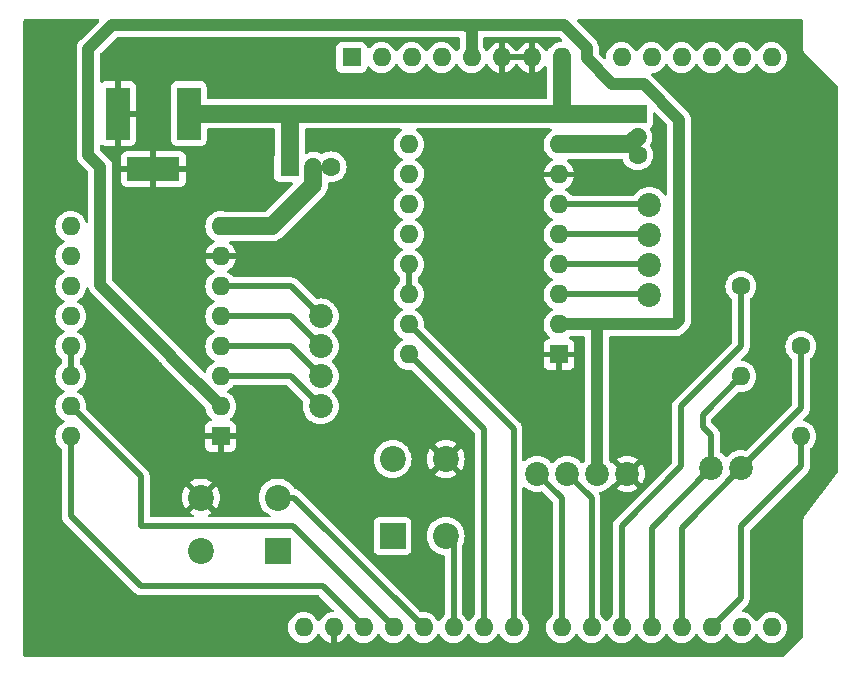
<source format=gbr>
%TF.GenerationSoftware,KiCad,Pcbnew,8.0.2*%
%TF.CreationDate,2024-05-09T09:38:32+01:00*%
%TF.ProjectId,FARESHARE KICAD,46415245-5348-4415-9245-204b49434144,V 1.0*%
%TF.SameCoordinates,Original*%
%TF.FileFunction,Copper,L1,Top*%
%TF.FilePolarity,Positive*%
%FSLAX46Y46*%
G04 Gerber Fmt 4.6, Leading zero omitted, Abs format (unit mm)*
G04 Created by KiCad (PCBNEW 8.0.2) date 2024-05-09 09:38:32*
%MOMM*%
%LPD*%
G01*
G04 APERTURE LIST*
%TA.AperFunction,ComponentPad*%
%ADD10R,4.500000X2.000000*%
%TD*%
%TA.AperFunction,ComponentPad*%
%ADD11R,2.000000X4.500000*%
%TD*%
%TA.AperFunction,ComponentPad*%
%ADD12C,2.020000*%
%TD*%
%TA.AperFunction,ComponentPad*%
%ADD13C,1.600000*%
%TD*%
%TA.AperFunction,ComponentPad*%
%ADD14O,1.600000X1.600000*%
%TD*%
%TA.AperFunction,ComponentPad*%
%ADD15R,1.600000X1.600000*%
%TD*%
%TA.AperFunction,ComponentPad*%
%ADD16R,2.200000X2.200000*%
%TD*%
%TA.AperFunction,ComponentPad*%
%ADD17C,2.200000*%
%TD*%
%TA.AperFunction,Conductor*%
%ADD18C,1.500000*%
%TD*%
%TA.AperFunction,Conductor*%
%ADD19C,0.500000*%
%TD*%
%TA.AperFunction,Conductor*%
%ADD20C,1.000000*%
%TD*%
G04 APERTURE END LIST*
D10*
%TO.P,J5,3*%
%TO.N,GND*%
X92500000Y-61200000D03*
D11*
%TO.P,J5,1*%
%TO.N,+12V*%
X95500000Y-56500000D03*
%TO.P,J5,2*%
%TO.N,GND*%
X89500000Y-56500000D03*
%TD*%
D12*
%TO.P,J1,1*%
%TO.N,Net-(A2-2B)*%
X134500000Y-64195000D03*
%TO.P,J1,2*%
%TO.N,Net-(A2-2A)*%
X134500000Y-66735000D03*
%TO.P,J1,3*%
%TO.N,Net-(A2-1A)*%
X134500000Y-69275000D03*
%TO.P,J1,4*%
%TO.N,Net-(A2-1B)*%
X134500000Y-71815000D03*
%TD*%
D13*
%TO.P,R1,1*%
%TO.N,D5*%
X142240000Y-71120000D03*
D14*
%TO.P,R1,2*%
%TO.N,D4*%
X142240000Y-78740000D03*
%TD*%
D12*
%TO.P,J2,1*%
%TO.N,Net-(A1-2B)*%
X106680000Y-73660000D03*
%TO.P,J2,2*%
%TO.N,Net-(A1-2A)*%
X106680000Y-76200000D03*
%TO.P,J2,3*%
%TO.N,Net-(A1-1A)*%
X106680000Y-78740000D03*
%TO.P,J2,4*%
%TO.N,Net-(A1-1B)*%
X106680000Y-81280000D03*
%TD*%
D15*
%TO.P,A1,1,GND*%
%TO.N,GND*%
X98200000Y-83820000D03*
D14*
%TO.P,A1,2,VDD*%
%TO.N,+5V*%
X98200000Y-81280000D03*
%TO.P,A1,3,1B*%
%TO.N,Net-(A1-1B)*%
X98200000Y-78740000D03*
%TO.P,A1,4,1A*%
%TO.N,Net-(A1-1A)*%
X98200000Y-76200000D03*
%TO.P,A1,5,2A*%
%TO.N,Net-(A1-2A)*%
X98200000Y-73660000D03*
%TO.P,A1,6,2B*%
%TO.N,Net-(A1-2B)*%
X98200000Y-71120000D03*
%TO.P,A1,7,GND*%
%TO.N,GND*%
X98200000Y-68580000D03*
%TO.P,A1,8,VMOT*%
%TO.N,Net-(A1-VMOT)*%
X98200000Y-66040000D03*
%TO.P,A1,9,~{ENABLE}*%
%TO.N,unconnected-(A1-~{ENABLE}-Pad9)*%
X85500000Y-66040000D03*
%TO.P,A1,10,MS1*%
%TO.N,unconnected-(A1-MS1-Pad10)*%
X85500000Y-68580000D03*
%TO.P,A1,11,MS2*%
%TO.N,unconnected-(A1-MS2-Pad11)*%
X85500000Y-71120000D03*
%TO.P,A1,12,MS3*%
%TO.N,unconnected-(A1-MS3-Pad12)*%
X85500000Y-73660000D03*
%TO.P,A1,13,~{RESET}*%
%TO.N,Net-(A1-~{RESET})*%
X85500000Y-76200000D03*
%TO.P,A1,14,~{SLEEP}*%
X85500000Y-78740000D03*
%TO.P,A1,15,STEP*%
%TO.N,D12*%
X85500000Y-81280000D03*
%TO.P,A1,16,DIR*%
%TO.N,D13*%
X85500000Y-83820000D03*
%TD*%
D13*
%TO.P,R2,1*%
%TO.N,D3*%
X147320000Y-76200000D03*
D14*
%TO.P,R2,2*%
%TO.N,D2*%
X147320000Y-83820000D03*
%TD*%
D15*
%TO.P,A2,1,GND*%
%TO.N,GND*%
X126840000Y-76890000D03*
D14*
%TO.P,A2,2,VDD*%
%TO.N,+5V*%
X126840000Y-74350000D03*
%TO.P,A2,3,1B*%
%TO.N,Net-(A2-1B)*%
X126840000Y-71810000D03*
%TO.P,A2,4,1A*%
%TO.N,Net-(A2-1A)*%
X126840000Y-69270000D03*
%TO.P,A2,5,2A*%
%TO.N,Net-(A2-2A)*%
X126840000Y-66730000D03*
%TO.P,A2,6,2B*%
%TO.N,Net-(A2-2B)*%
X126840000Y-64190000D03*
%TO.P,A2,7,GND*%
%TO.N,GND*%
X126840000Y-61650000D03*
%TO.P,A2,8,VMOT*%
%TO.N,Net-(A2-VMOT)*%
X126840000Y-59110000D03*
%TO.P,A2,9,~{ENABLE}*%
%TO.N,unconnected-(A2-~{ENABLE}-Pad9)*%
X114140000Y-59110000D03*
%TO.P,A2,10,MS1*%
%TO.N,unconnected-(A2-MS1-Pad10)*%
X114140000Y-61650000D03*
%TO.P,A2,11,MS2*%
%TO.N,unconnected-(A2-MS2-Pad11)*%
X114140000Y-64190000D03*
%TO.P,A2,12,MS3*%
%TO.N,unconnected-(A2-MS3-Pad12)*%
X114140000Y-66730000D03*
%TO.P,A2,13,~{RESET}*%
%TO.N,Net-(A2-~{RESET})*%
X114140000Y-69270000D03*
%TO.P,A2,14,~{SLEEP}*%
X114140000Y-71810000D03*
%TO.P,A2,15,STEP*%
%TO.N,D8*%
X114140000Y-74350000D03*
%TO.P,A2,16,DIR*%
%TO.N,D9*%
X114140000Y-76890000D03*
%TD*%
D16*
%TO.P,S2,1*%
%TO.N,unconnected-(S2-Pad1)*%
X103020000Y-93500000D03*
D17*
%TO.P,S2,2*%
%TO.N,unconnected-(S2-Pad2)*%
X96520000Y-93500000D03*
%TO.P,S2,3*%
%TO.N,D11*%
X103020000Y-89000000D03*
%TO.P,S2,4*%
%TO.N,GND*%
X96520000Y-89000000D03*
%TD*%
D12*
%TO.P,J3,1*%
%TO.N,D7*%
X125000000Y-87000000D03*
%TO.P,J3,2*%
%TO.N,D6*%
X127540000Y-87000000D03*
%TO.P,J3,3*%
%TO.N,+5V*%
X130080000Y-87000000D03*
%TO.P,J3,4*%
%TO.N,GND*%
X132620000Y-87000000D03*
%TD*%
D16*
%TO.P,S1,1*%
%TO.N,unconnected-(S1-Pad1)*%
X112750000Y-92250000D03*
D17*
%TO.P,S1,2*%
%TO.N,unconnected-(S1-Pad2)*%
X112750000Y-85750000D03*
%TO.P,S1,3*%
%TO.N,D10*%
X117250000Y-92250000D03*
%TO.P,S1,4*%
%TO.N,GND*%
X117250000Y-85750000D03*
%TD*%
D12*
%TO.P,J4,1*%
%TO.N,D4*%
X139735000Y-86500000D03*
%TO.P,J4,2*%
%TO.N,D3*%
X142275000Y-86500000D03*
%TD*%
D15*
%TO.P,C2,1*%
%TO.N,+12V*%
X104044888Y-61000000D03*
D13*
%TO.P,C2,2*%
%TO.N,Net-(A1-VMOT)*%
X107544888Y-61000000D03*
%TD*%
D15*
%TO.P,A3,1,NC*%
%TO.N,unconnected-(A3-NC-Pad1)*%
X109280000Y-51740000D03*
D14*
%TO.P,A3,2,IOREF*%
%TO.N,unconnected-(A3-IOREF-Pad2)*%
X111820000Y-51740000D03*
%TO.P,A3,3,~{RESET}*%
%TO.N,unconnected-(A3-~{RESET}-Pad3)*%
X114360000Y-51740000D03*
%TO.P,A3,4,3V3*%
%TO.N,unconnected-(A3-3V3-Pad4)*%
X116900000Y-51740000D03*
%TO.P,A3,5,+5V*%
%TO.N,+5V*%
X119440000Y-51740000D03*
%TO.P,A3,6,GND*%
%TO.N,GND*%
X121980000Y-51740000D03*
%TO.P,A3,7,GND*%
X124520000Y-51740000D03*
%TO.P,A3,8,VIN*%
%TO.N,+12V*%
X127060000Y-51740000D03*
%TO.P,A3,9,A0*%
%TO.N,unconnected-(A3-A0-Pad9)*%
X132140000Y-51740000D03*
%TO.P,A3,10,A1*%
%TO.N,unconnected-(A3-A1-Pad10)*%
X134680000Y-51740000D03*
%TO.P,A3,11,A2*%
%TO.N,unconnected-(A3-A2-Pad11)*%
X137220000Y-51740000D03*
%TO.P,A3,12,A3*%
%TO.N,unconnected-(A3-A3-Pad12)*%
X139760000Y-51740000D03*
%TO.P,A3,13,SDA/A4*%
%TO.N,unconnected-(A3-SDA{slash}A4-Pad13)*%
X142300000Y-51740000D03*
%TO.P,A3,14,SCL/A5*%
%TO.N,unconnected-(A3-SCL{slash}A5-Pad14)*%
X144840000Y-51740000D03*
%TO.P,A3,15,D0/RX*%
%TO.N,unconnected-(A3-D0{slash}RX-Pad15)*%
X144840000Y-100000000D03*
%TO.P,A3,16,D1/TX*%
%TO.N,unconnected-(A3-D1{slash}TX-Pad16)*%
X142300000Y-100000000D03*
%TO.P,A3,17,D2*%
%TO.N,D2*%
X139760000Y-100000000D03*
%TO.P,A3,18,D3*%
%TO.N,D3*%
X137220000Y-100000000D03*
%TO.P,A3,19,D4*%
%TO.N,D4*%
X134680000Y-100000000D03*
%TO.P,A3,20,D5*%
%TO.N,D5*%
X132140000Y-100000000D03*
%TO.P,A3,21,D6*%
%TO.N,D6*%
X129600000Y-100000000D03*
%TO.P,A3,22,D7*%
%TO.N,D7*%
X127060000Y-100000000D03*
%TO.P,A3,23,D8*%
%TO.N,D8*%
X123000000Y-100000000D03*
%TO.P,A3,24,D9*%
%TO.N,D9*%
X120460000Y-100000000D03*
%TO.P,A3,25,D10*%
%TO.N,D10*%
X117920000Y-100000000D03*
%TO.P,A3,26,D11*%
%TO.N,D11*%
X115380000Y-100000000D03*
%TO.P,A3,27,D12*%
%TO.N,D12*%
X112840000Y-100000000D03*
%TO.P,A3,28,D13*%
%TO.N,D13*%
X110300000Y-100000000D03*
%TO.P,A3,29,GND*%
%TO.N,GND*%
X107760000Y-100000000D03*
%TO.P,A3,30,AREF*%
%TO.N,unconnected-(A3-AREF-Pad30)*%
X105220000Y-100000000D03*
%TD*%
D15*
%TO.P,C1,1*%
%TO.N,+12V*%
X133500000Y-56500000D03*
D13*
%TO.P,C1,2*%
%TO.N,Net-(A2-VMOT)*%
X133500000Y-60000000D03*
%TD*%
D18*
%TO.N,+12V*%
X104000000Y-56500000D02*
X104044888Y-56544888D01*
X95500000Y-56500000D02*
X104000000Y-56500000D01*
D19*
%TO.N,Net-(A1-~{RESET})*%
X85500000Y-78740000D02*
X85500000Y-76200000D01*
%TO.N,Net-(A1-2A)*%
X104140000Y-73660000D02*
X106680000Y-76200000D01*
X98200000Y-73660000D02*
X104140000Y-73660000D01*
%TO.N,Net-(A1-2B)*%
X104140000Y-71120000D02*
X106680000Y-73660000D01*
X98200000Y-71120000D02*
X104140000Y-71120000D01*
D20*
%TO.N,+5V*%
X94000000Y-77000000D02*
X88000000Y-71000000D01*
X126840000Y-74350000D02*
X130000000Y-74350000D01*
X87000000Y-51000000D02*
X89000000Y-49000000D01*
X119000000Y-49000000D02*
X127278679Y-49000000D01*
X137000000Y-74000000D02*
X137000000Y-57000000D01*
X129185305Y-51814695D02*
X129185305Y-50906626D01*
X89000000Y-49000000D02*
X119000000Y-49000000D01*
X94000000Y-77080000D02*
X94000000Y-77000000D01*
X88000000Y-71000000D02*
X88000000Y-61000000D01*
X137000000Y-57000000D02*
X134000000Y-54000000D01*
X87000000Y-60000000D02*
X87000000Y-51000000D01*
X119440000Y-51740000D02*
X119440000Y-49440000D01*
X131370610Y-54000000D02*
X129185305Y-51814695D01*
X134000000Y-54000000D02*
X131370610Y-54000000D01*
X88000000Y-61000000D02*
X87000000Y-60000000D01*
X119440000Y-49440000D02*
X119000000Y-49000000D01*
X129185305Y-50906626D02*
X127278679Y-49000000D01*
X130000000Y-74350000D02*
X136650000Y-74350000D01*
X98200000Y-81280000D02*
X94000000Y-77080000D01*
X130080000Y-87000000D02*
X130080000Y-74430000D01*
X130080000Y-74430000D02*
X130000000Y-74350000D01*
X136650000Y-74350000D02*
X137000000Y-74000000D01*
D19*
%TO.N,D11*%
X104380000Y-89000000D02*
X115380000Y-100000000D01*
X103020000Y-89000000D02*
X104380000Y-89000000D01*
%TO.N,Net-(A1-1B)*%
X104140000Y-78740000D02*
X106680000Y-81280000D01*
X98200000Y-78740000D02*
X104140000Y-78740000D01*
%TO.N,Net-(A1-1A)*%
X104140000Y-76200000D02*
X106680000Y-78740000D01*
X98200000Y-76200000D02*
X104140000Y-76200000D01*
%TO.N,D10*%
X117920000Y-92920000D02*
X117250000Y-92250000D01*
X117920000Y-100000000D02*
X117920000Y-92920000D01*
D18*
%TO.N,Net-(A1-VMOT)*%
X106044888Y-62500000D02*
X106044888Y-61000000D01*
X98200000Y-66040000D02*
X102504888Y-66040000D01*
X102504888Y-66040000D02*
X106044888Y-62500000D01*
D19*
%TO.N,Net-(A2-1B)*%
X126840000Y-71810000D02*
X134495000Y-71810000D01*
X134495000Y-71810000D02*
X134500000Y-71815000D01*
%TO.N,Net-(A2-~{RESET})*%
X114140000Y-71810000D02*
X114140000Y-69270000D01*
%TO.N,Net-(A2-2A)*%
X134495000Y-66730000D02*
X134500000Y-66735000D01*
X126840000Y-66730000D02*
X134495000Y-66730000D01*
%TO.N,D9*%
X120460000Y-83210000D02*
X120460000Y-100000000D01*
X114140000Y-76890000D02*
X120460000Y-83210000D01*
D18*
%TO.N,Net-(A2-VMOT)*%
X126840000Y-59110000D02*
X132890000Y-59110000D01*
X132890000Y-59110000D02*
X133500000Y-58500000D01*
D19*
%TO.N,Net-(A2-1A)*%
X134495000Y-69270000D02*
X134500000Y-69275000D01*
X126840000Y-69270000D02*
X134495000Y-69270000D01*
%TO.N,Net-(A2-2B)*%
X126840000Y-64190000D02*
X134495000Y-64190000D01*
X134495000Y-64190000D02*
X134500000Y-64195000D01*
%TO.N,D8*%
X123000000Y-83210000D02*
X123000000Y-100000000D01*
X114140000Y-74350000D02*
X123000000Y-83210000D01*
D18*
%TO.N,+12V*%
X127000000Y-56500000D02*
X133500000Y-56500000D01*
X127060000Y-56440000D02*
X127000000Y-56500000D01*
X127060000Y-51740000D02*
X127060000Y-56440000D01*
X104000000Y-56500000D02*
X127000000Y-56500000D01*
X104044888Y-61000000D02*
X104044888Y-56544888D01*
D19*
%TO.N,D6*%
X127540000Y-87000000D02*
X129600000Y-89060000D01*
X129600000Y-89060000D02*
X129600000Y-100000000D01*
%TO.N,D7*%
X127060000Y-89060000D02*
X127060000Y-100000000D01*
X125000000Y-87000000D02*
X127060000Y-89060000D01*
%TO.N,D2*%
X147320000Y-86360000D02*
X142240000Y-91440000D01*
X142240000Y-91440000D02*
X142240000Y-97520000D01*
X147320000Y-83820000D02*
X147320000Y-86360000D01*
X142240000Y-97520000D02*
X139760000Y-100000000D01*
%TO.N,D4*%
X139735000Y-83735000D02*
X139735000Y-86500000D01*
X134680000Y-91555000D02*
X134680000Y-100000000D01*
X139000000Y-81980000D02*
X139000000Y-83000000D01*
X139735000Y-86500000D02*
X134680000Y-91555000D01*
X142240000Y-78740000D02*
X139000000Y-81980000D01*
X139000000Y-83000000D02*
X139735000Y-83735000D01*
%TO.N,D5*%
X137160000Y-86360000D02*
X137160000Y-81280000D01*
X142240000Y-76200000D02*
X142240000Y-71120000D01*
X132140000Y-100000000D02*
X132140000Y-91380000D01*
X137160000Y-81280000D02*
X142240000Y-76200000D01*
X132140000Y-91380000D02*
X137160000Y-86360000D01*
%TO.N,D3*%
X142275000Y-86500000D02*
X137220000Y-91555000D01*
X147320000Y-76200000D02*
X147320000Y-81455000D01*
X137220000Y-91555000D02*
X137220000Y-100000000D01*
X142275000Y-86500000D02*
X142240000Y-86465000D01*
X142240000Y-86465000D02*
X142240000Y-86360000D01*
X147320000Y-81455000D02*
X142275000Y-86500000D01*
%TO.N,D13*%
X106820000Y-96520000D02*
X110300000Y-100000000D01*
X85500000Y-83820000D02*
X85500000Y-90580000D01*
X91440000Y-96520000D02*
X106820000Y-96520000D01*
X85500000Y-90580000D02*
X91440000Y-96520000D01*
%TO.N,D12*%
X91440000Y-87220000D02*
X85500000Y-81280000D01*
X112840000Y-100000000D02*
X104280000Y-91440000D01*
X91440000Y-91440000D02*
X91440000Y-87220000D01*
X104280000Y-91440000D02*
X91440000Y-91440000D01*
%TD*%
%TA.AperFunction,Conductor*%
%TO.N,GND*%
G36*
X87852257Y-48520185D02*
G01*
X87898012Y-48572989D01*
X87907956Y-48642147D01*
X87878931Y-48705703D01*
X87872900Y-48712179D01*
X86362221Y-50222858D01*
X86362218Y-50222861D01*
X86316235Y-50268844D01*
X86222859Y-50362219D01*
X86113371Y-50526079D01*
X86113366Y-50526089D01*
X86060038Y-50654831D01*
X86060039Y-50654832D01*
X86042297Y-50697669D01*
X86042295Y-50697673D01*
X86037950Y-50708161D01*
X86037946Y-50708175D01*
X85999500Y-50901454D01*
X85999500Y-50901459D01*
X85999500Y-60098541D01*
X85999500Y-60098543D01*
X85999499Y-60098543D01*
X86037947Y-60291829D01*
X86037950Y-60291839D01*
X86113364Y-60473907D01*
X86113371Y-60473920D01*
X86222859Y-60637780D01*
X86222860Y-60637781D01*
X86222861Y-60637782D01*
X86362218Y-60777139D01*
X86362219Y-60777139D01*
X86369286Y-60784206D01*
X86369285Y-60784206D01*
X86369289Y-60784209D01*
X86963181Y-61378101D01*
X86996666Y-61439424D01*
X86999500Y-61465782D01*
X86999500Y-65669588D01*
X86979815Y-65736627D01*
X86927011Y-65782382D01*
X86857853Y-65792326D01*
X86794297Y-65763301D01*
X86756523Y-65704523D01*
X86755725Y-65701681D01*
X86726741Y-65593511D01*
X86726738Y-65593502D01*
X86630568Y-65387266D01*
X86500047Y-65200861D01*
X86500045Y-65200858D01*
X86339141Y-65039954D01*
X86152734Y-64909432D01*
X86152732Y-64909431D01*
X85946497Y-64813261D01*
X85946488Y-64813258D01*
X85726697Y-64754366D01*
X85726693Y-64754365D01*
X85726692Y-64754365D01*
X85726691Y-64754364D01*
X85726686Y-64754364D01*
X85500002Y-64734532D01*
X85499998Y-64734532D01*
X85273313Y-64754364D01*
X85273302Y-64754366D01*
X85053511Y-64813258D01*
X85053502Y-64813261D01*
X84847267Y-64909431D01*
X84847265Y-64909432D01*
X84660858Y-65039954D01*
X84499954Y-65200858D01*
X84369432Y-65387265D01*
X84369431Y-65387267D01*
X84273261Y-65593502D01*
X84273258Y-65593511D01*
X84214366Y-65813302D01*
X84214364Y-65813313D01*
X84194532Y-66039998D01*
X84194532Y-66040001D01*
X84214364Y-66266686D01*
X84214366Y-66266697D01*
X84273258Y-66486488D01*
X84273261Y-66486497D01*
X84369431Y-66692732D01*
X84369432Y-66692734D01*
X84499954Y-66879141D01*
X84660858Y-67040045D01*
X84660861Y-67040047D01*
X84847266Y-67170568D01*
X84905275Y-67197618D01*
X84957714Y-67243791D01*
X84976866Y-67310984D01*
X84956650Y-67377865D01*
X84905275Y-67422382D01*
X84847267Y-67449431D01*
X84847265Y-67449432D01*
X84660858Y-67579954D01*
X84499954Y-67740858D01*
X84369432Y-67927265D01*
X84369431Y-67927267D01*
X84273261Y-68133502D01*
X84273258Y-68133511D01*
X84214366Y-68353302D01*
X84214364Y-68353313D01*
X84194532Y-68579998D01*
X84194532Y-68580001D01*
X84214364Y-68806686D01*
X84214366Y-68806697D01*
X84273258Y-69026488D01*
X84273261Y-69026497D01*
X84369431Y-69232732D01*
X84369432Y-69232734D01*
X84499954Y-69419141D01*
X84660858Y-69580045D01*
X84660861Y-69580047D01*
X84847266Y-69710568D01*
X84904681Y-69737341D01*
X84905275Y-69737618D01*
X84957714Y-69783791D01*
X84976866Y-69850984D01*
X84956650Y-69917865D01*
X84905275Y-69962382D01*
X84847267Y-69989431D01*
X84847265Y-69989432D01*
X84660858Y-70119954D01*
X84499954Y-70280858D01*
X84369432Y-70467265D01*
X84369431Y-70467267D01*
X84273261Y-70673502D01*
X84273258Y-70673511D01*
X84214366Y-70893302D01*
X84214364Y-70893313D01*
X84194532Y-71119998D01*
X84194532Y-71120001D01*
X84214364Y-71346686D01*
X84214366Y-71346697D01*
X84273258Y-71566488D01*
X84273261Y-71566497D01*
X84369431Y-71772732D01*
X84369432Y-71772734D01*
X84499954Y-71959141D01*
X84660858Y-72120045D01*
X84660861Y-72120047D01*
X84847266Y-72250568D01*
X84905275Y-72277618D01*
X84957714Y-72323791D01*
X84976866Y-72390984D01*
X84956650Y-72457865D01*
X84905275Y-72502382D01*
X84847267Y-72529431D01*
X84847265Y-72529432D01*
X84660858Y-72659954D01*
X84499954Y-72820858D01*
X84369432Y-73007265D01*
X84369431Y-73007267D01*
X84273261Y-73213502D01*
X84273258Y-73213511D01*
X84214366Y-73433302D01*
X84214364Y-73433313D01*
X84194532Y-73659998D01*
X84194532Y-73660001D01*
X84214364Y-73886686D01*
X84214366Y-73886697D01*
X84273258Y-74106488D01*
X84273261Y-74106497D01*
X84369431Y-74312732D01*
X84369432Y-74312734D01*
X84499954Y-74499141D01*
X84660858Y-74660045D01*
X84660861Y-74660047D01*
X84847266Y-74790568D01*
X84905275Y-74817618D01*
X84957714Y-74863791D01*
X84976866Y-74930984D01*
X84956650Y-74997865D01*
X84905275Y-75042382D01*
X84847267Y-75069431D01*
X84847265Y-75069432D01*
X84660858Y-75199954D01*
X84499954Y-75360858D01*
X84369432Y-75547265D01*
X84369431Y-75547267D01*
X84273261Y-75753502D01*
X84273258Y-75753511D01*
X84214366Y-75973302D01*
X84214364Y-75973313D01*
X84194532Y-76199998D01*
X84194532Y-76200001D01*
X84214364Y-76426686D01*
X84214366Y-76426697D01*
X84273258Y-76646488D01*
X84273261Y-76646497D01*
X84369431Y-76852732D01*
X84369432Y-76852734D01*
X84499954Y-77039141D01*
X84660859Y-77200046D01*
X84696621Y-77225086D01*
X84740247Y-77279662D01*
X84749500Y-77326662D01*
X84749500Y-77613336D01*
X84729815Y-77680375D01*
X84696625Y-77714910D01*
X84660863Y-77739951D01*
X84499951Y-77900862D01*
X84369432Y-78087265D01*
X84369431Y-78087267D01*
X84273261Y-78293502D01*
X84273258Y-78293511D01*
X84214366Y-78513302D01*
X84214364Y-78513313D01*
X84194532Y-78739998D01*
X84194532Y-78740001D01*
X84214364Y-78966686D01*
X84214366Y-78966697D01*
X84273258Y-79186488D01*
X84273261Y-79186497D01*
X84369431Y-79392732D01*
X84369432Y-79392734D01*
X84499954Y-79579141D01*
X84660858Y-79740045D01*
X84660861Y-79740047D01*
X84847266Y-79870568D01*
X84905275Y-79897618D01*
X84957714Y-79943791D01*
X84976866Y-80010984D01*
X84956650Y-80077865D01*
X84905275Y-80122382D01*
X84847267Y-80149431D01*
X84847265Y-80149432D01*
X84660858Y-80279954D01*
X84499954Y-80440858D01*
X84369432Y-80627265D01*
X84369431Y-80627267D01*
X84273261Y-80833502D01*
X84273258Y-80833511D01*
X84214366Y-81053302D01*
X84214364Y-81053313D01*
X84194532Y-81279998D01*
X84194532Y-81280001D01*
X84214364Y-81506686D01*
X84214366Y-81506697D01*
X84273258Y-81726488D01*
X84273261Y-81726497D01*
X84369431Y-81932732D01*
X84369432Y-81932734D01*
X84499954Y-82119141D01*
X84660858Y-82280045D01*
X84660861Y-82280047D01*
X84847266Y-82410568D01*
X84905275Y-82437618D01*
X84957714Y-82483791D01*
X84976866Y-82550984D01*
X84956650Y-82617865D01*
X84905275Y-82662381D01*
X84888272Y-82670310D01*
X84847267Y-82689431D01*
X84847265Y-82689432D01*
X84660858Y-82819954D01*
X84499954Y-82980858D01*
X84369432Y-83167265D01*
X84369431Y-83167267D01*
X84273261Y-83373502D01*
X84273258Y-83373511D01*
X84214366Y-83593302D01*
X84214364Y-83593313D01*
X84194532Y-83819998D01*
X84194532Y-83820001D01*
X84214364Y-84046686D01*
X84214366Y-84046697D01*
X84273258Y-84266488D01*
X84273261Y-84266497D01*
X84369431Y-84472732D01*
X84369432Y-84472734D01*
X84499954Y-84659141D01*
X84660859Y-84820046D01*
X84696621Y-84845086D01*
X84740247Y-84899662D01*
X84749500Y-84946662D01*
X84749500Y-90653918D01*
X84749500Y-90653920D01*
X84749499Y-90653920D01*
X84778340Y-90798907D01*
X84778342Y-90798913D01*
X84834913Y-90935490D01*
X84834916Y-90935495D01*
X84845383Y-90951159D01*
X84845384Y-90951164D01*
X84845386Y-90951164D01*
X84881725Y-91005551D01*
X84917051Y-91058420D01*
X84917052Y-91058421D01*
X90857049Y-96998416D01*
X90961584Y-97102951D01*
X90961587Y-97102953D01*
X90961588Y-97102954D01*
X91084503Y-97185083D01*
X91084506Y-97185085D01*
X91141079Y-97208518D01*
X91141080Y-97208518D01*
X91221088Y-97241659D01*
X91337241Y-97264763D01*
X91356468Y-97268587D01*
X91366081Y-97270500D01*
X91366082Y-97270500D01*
X91366083Y-97270500D01*
X91513918Y-97270500D01*
X106457770Y-97270500D01*
X106524809Y-97290185D01*
X106545451Y-97306819D01*
X107731661Y-98493029D01*
X107765146Y-98554352D01*
X107760162Y-98624044D01*
X107718290Y-98679977D01*
X107654788Y-98704238D01*
X107533399Y-98714858D01*
X107533389Y-98714860D01*
X107313682Y-98773730D01*
X107313673Y-98773734D01*
X107107517Y-98869865D01*
X106921179Y-99000342D01*
X106760342Y-99161179D01*
X106629867Y-99347515D01*
X106602657Y-99405867D01*
X106556484Y-99458306D01*
X106489290Y-99477457D01*
X106422409Y-99457241D01*
X106377893Y-99405865D01*
X106350570Y-99347271D01*
X106350567Y-99347265D01*
X106220045Y-99160858D01*
X106059141Y-98999954D01*
X105872734Y-98869432D01*
X105872732Y-98869431D01*
X105666497Y-98773261D01*
X105666488Y-98773258D01*
X105446697Y-98714366D01*
X105446693Y-98714365D01*
X105446692Y-98714365D01*
X105446691Y-98714364D01*
X105446686Y-98714364D01*
X105220002Y-98694532D01*
X105219998Y-98694532D01*
X104993313Y-98714364D01*
X104993302Y-98714366D01*
X104773511Y-98773258D01*
X104773502Y-98773261D01*
X104567267Y-98869431D01*
X104567265Y-98869432D01*
X104380858Y-98999954D01*
X104219954Y-99160858D01*
X104089432Y-99347265D01*
X104089431Y-99347267D01*
X103993261Y-99553502D01*
X103993258Y-99553511D01*
X103934366Y-99773302D01*
X103934364Y-99773313D01*
X103914532Y-99999998D01*
X103914532Y-100000001D01*
X103934364Y-100226686D01*
X103934366Y-100226697D01*
X103993258Y-100446488D01*
X103993261Y-100446497D01*
X104089431Y-100652732D01*
X104089432Y-100652734D01*
X104219954Y-100839141D01*
X104380858Y-101000045D01*
X104380861Y-101000047D01*
X104567266Y-101130568D01*
X104773504Y-101226739D01*
X104993308Y-101285635D01*
X105155230Y-101299801D01*
X105219998Y-101305468D01*
X105220000Y-101305468D01*
X105220002Y-101305468D01*
X105276673Y-101300509D01*
X105446692Y-101285635D01*
X105666496Y-101226739D01*
X105872734Y-101130568D01*
X106059139Y-101000047D01*
X106220047Y-100839139D01*
X106350568Y-100652734D01*
X106377895Y-100594129D01*
X106424064Y-100541695D01*
X106491257Y-100522542D01*
X106558139Y-100542757D01*
X106602657Y-100594133D01*
X106629865Y-100652482D01*
X106760342Y-100838820D01*
X106921179Y-100999657D01*
X107107517Y-101130134D01*
X107313673Y-101226265D01*
X107313682Y-101226269D01*
X107509999Y-101278872D01*
X107510000Y-101278871D01*
X107510000Y-100433012D01*
X107567007Y-100465925D01*
X107694174Y-100500000D01*
X107825826Y-100500000D01*
X107952993Y-100465925D01*
X108010000Y-100433012D01*
X108010000Y-101278872D01*
X108206317Y-101226269D01*
X108206326Y-101226265D01*
X108412482Y-101130134D01*
X108598820Y-100999657D01*
X108759657Y-100838820D01*
X108890132Y-100652484D01*
X108917341Y-100594134D01*
X108963513Y-100541695D01*
X109030707Y-100522542D01*
X109097588Y-100542757D01*
X109142106Y-100594133D01*
X109169431Y-100652732D01*
X109169432Y-100652734D01*
X109299954Y-100839141D01*
X109460858Y-101000045D01*
X109460861Y-101000047D01*
X109647266Y-101130568D01*
X109853504Y-101226739D01*
X110073308Y-101285635D01*
X110235230Y-101299801D01*
X110299998Y-101305468D01*
X110300000Y-101305468D01*
X110300002Y-101305468D01*
X110356673Y-101300509D01*
X110526692Y-101285635D01*
X110746496Y-101226739D01*
X110952734Y-101130568D01*
X111139139Y-101000047D01*
X111300047Y-100839139D01*
X111430568Y-100652734D01*
X111457618Y-100594724D01*
X111503790Y-100542285D01*
X111570983Y-100523133D01*
X111637865Y-100543348D01*
X111682382Y-100594725D01*
X111709429Y-100652728D01*
X111709432Y-100652734D01*
X111839954Y-100839141D01*
X112000858Y-101000045D01*
X112000861Y-101000047D01*
X112187266Y-101130568D01*
X112393504Y-101226739D01*
X112613308Y-101285635D01*
X112775230Y-101299801D01*
X112839998Y-101305468D01*
X112840000Y-101305468D01*
X112840002Y-101305468D01*
X112896673Y-101300509D01*
X113066692Y-101285635D01*
X113286496Y-101226739D01*
X113492734Y-101130568D01*
X113679139Y-101000047D01*
X113840047Y-100839139D01*
X113970568Y-100652734D01*
X113997618Y-100594724D01*
X114043790Y-100542285D01*
X114110983Y-100523133D01*
X114177865Y-100543348D01*
X114222382Y-100594725D01*
X114249429Y-100652728D01*
X114249432Y-100652734D01*
X114379954Y-100839141D01*
X114540858Y-101000045D01*
X114540861Y-101000047D01*
X114727266Y-101130568D01*
X114933504Y-101226739D01*
X115153308Y-101285635D01*
X115315230Y-101299801D01*
X115379998Y-101305468D01*
X115380000Y-101305468D01*
X115380002Y-101305468D01*
X115436673Y-101300509D01*
X115606692Y-101285635D01*
X115826496Y-101226739D01*
X116032734Y-101130568D01*
X116219139Y-101000047D01*
X116380047Y-100839139D01*
X116510568Y-100652734D01*
X116537618Y-100594724D01*
X116583790Y-100542285D01*
X116650983Y-100523133D01*
X116717865Y-100543348D01*
X116762382Y-100594725D01*
X116789429Y-100652728D01*
X116789432Y-100652734D01*
X116919954Y-100839141D01*
X117080858Y-101000045D01*
X117080861Y-101000047D01*
X117267266Y-101130568D01*
X117473504Y-101226739D01*
X117693308Y-101285635D01*
X117855230Y-101299801D01*
X117919998Y-101305468D01*
X117920000Y-101305468D01*
X117920002Y-101305468D01*
X117976673Y-101300509D01*
X118146692Y-101285635D01*
X118366496Y-101226739D01*
X118572734Y-101130568D01*
X118759139Y-101000047D01*
X118920047Y-100839139D01*
X119050568Y-100652734D01*
X119077618Y-100594724D01*
X119123790Y-100542285D01*
X119190983Y-100523133D01*
X119257865Y-100543348D01*
X119302382Y-100594725D01*
X119329429Y-100652728D01*
X119329432Y-100652734D01*
X119459954Y-100839141D01*
X119620858Y-101000045D01*
X119620861Y-101000047D01*
X119807266Y-101130568D01*
X120013504Y-101226739D01*
X120233308Y-101285635D01*
X120395230Y-101299801D01*
X120459998Y-101305468D01*
X120460000Y-101305468D01*
X120460002Y-101305468D01*
X120516673Y-101300509D01*
X120686692Y-101285635D01*
X120906496Y-101226739D01*
X121112734Y-101130568D01*
X121299139Y-101000047D01*
X121460047Y-100839139D01*
X121590568Y-100652734D01*
X121617618Y-100594724D01*
X121663790Y-100542285D01*
X121730983Y-100523133D01*
X121797865Y-100543348D01*
X121842382Y-100594725D01*
X121869429Y-100652728D01*
X121869432Y-100652734D01*
X121999954Y-100839141D01*
X122160858Y-101000045D01*
X122160861Y-101000047D01*
X122347266Y-101130568D01*
X122553504Y-101226739D01*
X122773308Y-101285635D01*
X122935230Y-101299801D01*
X122999998Y-101305468D01*
X123000000Y-101305468D01*
X123000002Y-101305468D01*
X123056673Y-101300509D01*
X123226692Y-101285635D01*
X123446496Y-101226739D01*
X123652734Y-101130568D01*
X123839139Y-101000047D01*
X124000047Y-100839139D01*
X124130568Y-100652734D01*
X124226739Y-100446496D01*
X124285635Y-100226692D01*
X124305468Y-100000000D01*
X124285635Y-99773308D01*
X124226739Y-99553504D01*
X124130568Y-99347266D01*
X124000047Y-99160861D01*
X123839139Y-98999953D01*
X123834373Y-98996615D01*
X123803375Y-98974910D01*
X123759751Y-98920332D01*
X123750500Y-98873336D01*
X123750500Y-88188242D01*
X123770185Y-88121203D01*
X123822989Y-88075448D01*
X123892147Y-88065504D01*
X123955030Y-88093951D01*
X124024917Y-88153640D01*
X124109402Y-88225797D01*
X124109407Y-88225800D01*
X124312126Y-88350027D01*
X124389786Y-88382194D01*
X124531786Y-88441013D01*
X124762975Y-88496517D01*
X125000000Y-88515171D01*
X125237025Y-88496517D01*
X125329268Y-88474371D01*
X125399050Y-88477862D01*
X125445896Y-88507264D01*
X126273181Y-89334549D01*
X126306666Y-89395872D01*
X126309500Y-89422230D01*
X126309500Y-98873336D01*
X126289815Y-98940375D01*
X126256625Y-98974910D01*
X126220863Y-98999951D01*
X126059951Y-99160862D01*
X125929432Y-99347265D01*
X125929431Y-99347267D01*
X125833261Y-99553502D01*
X125833258Y-99553511D01*
X125774366Y-99773302D01*
X125774364Y-99773313D01*
X125754532Y-99999998D01*
X125754532Y-100000001D01*
X125774364Y-100226686D01*
X125774366Y-100226697D01*
X125833258Y-100446488D01*
X125833261Y-100446497D01*
X125929431Y-100652732D01*
X125929432Y-100652734D01*
X126059954Y-100839141D01*
X126220858Y-101000045D01*
X126220861Y-101000047D01*
X126407266Y-101130568D01*
X126613504Y-101226739D01*
X126833308Y-101285635D01*
X126995230Y-101299801D01*
X127059998Y-101305468D01*
X127060000Y-101305468D01*
X127060002Y-101305468D01*
X127116673Y-101300509D01*
X127286692Y-101285635D01*
X127506496Y-101226739D01*
X127712734Y-101130568D01*
X127899139Y-101000047D01*
X128060047Y-100839139D01*
X128190568Y-100652734D01*
X128217618Y-100594724D01*
X128263790Y-100542285D01*
X128330983Y-100523133D01*
X128397865Y-100543348D01*
X128442382Y-100594725D01*
X128469429Y-100652728D01*
X128469432Y-100652734D01*
X128599954Y-100839141D01*
X128760858Y-101000045D01*
X128760861Y-101000047D01*
X128947266Y-101130568D01*
X129153504Y-101226739D01*
X129373308Y-101285635D01*
X129535230Y-101299801D01*
X129599998Y-101305468D01*
X129600000Y-101305468D01*
X129600002Y-101305468D01*
X129656673Y-101300509D01*
X129826692Y-101285635D01*
X130046496Y-101226739D01*
X130252734Y-101130568D01*
X130439139Y-101000047D01*
X130600047Y-100839139D01*
X130730568Y-100652734D01*
X130757618Y-100594724D01*
X130803790Y-100542285D01*
X130870983Y-100523133D01*
X130937865Y-100543348D01*
X130982382Y-100594725D01*
X131009429Y-100652728D01*
X131009432Y-100652734D01*
X131139954Y-100839141D01*
X131300858Y-101000045D01*
X131300861Y-101000047D01*
X131487266Y-101130568D01*
X131693504Y-101226739D01*
X131913308Y-101285635D01*
X132075230Y-101299801D01*
X132139998Y-101305468D01*
X132140000Y-101305468D01*
X132140002Y-101305468D01*
X132196673Y-101300509D01*
X132366692Y-101285635D01*
X132586496Y-101226739D01*
X132792734Y-101130568D01*
X132979139Y-101000047D01*
X133140047Y-100839139D01*
X133270568Y-100652734D01*
X133297618Y-100594724D01*
X133343790Y-100542285D01*
X133410983Y-100523133D01*
X133477865Y-100543348D01*
X133522382Y-100594725D01*
X133549429Y-100652728D01*
X133549432Y-100652734D01*
X133679954Y-100839141D01*
X133840858Y-101000045D01*
X133840861Y-101000047D01*
X134027266Y-101130568D01*
X134233504Y-101226739D01*
X134453308Y-101285635D01*
X134615230Y-101299801D01*
X134679998Y-101305468D01*
X134680000Y-101305468D01*
X134680002Y-101305468D01*
X134736673Y-101300509D01*
X134906692Y-101285635D01*
X135126496Y-101226739D01*
X135332734Y-101130568D01*
X135519139Y-101000047D01*
X135680047Y-100839139D01*
X135810568Y-100652734D01*
X135837618Y-100594724D01*
X135883790Y-100542285D01*
X135950983Y-100523133D01*
X136017865Y-100543348D01*
X136062382Y-100594725D01*
X136089429Y-100652728D01*
X136089432Y-100652734D01*
X136219954Y-100839141D01*
X136380858Y-101000045D01*
X136380861Y-101000047D01*
X136567266Y-101130568D01*
X136773504Y-101226739D01*
X136993308Y-101285635D01*
X137155230Y-101299801D01*
X137219998Y-101305468D01*
X137220000Y-101305468D01*
X137220002Y-101305468D01*
X137276673Y-101300509D01*
X137446692Y-101285635D01*
X137666496Y-101226739D01*
X137872734Y-101130568D01*
X138059139Y-101000047D01*
X138220047Y-100839139D01*
X138350568Y-100652734D01*
X138377618Y-100594724D01*
X138423790Y-100542285D01*
X138490983Y-100523133D01*
X138557865Y-100543348D01*
X138602382Y-100594725D01*
X138629429Y-100652728D01*
X138629432Y-100652734D01*
X138759954Y-100839141D01*
X138920858Y-101000045D01*
X138920861Y-101000047D01*
X139107266Y-101130568D01*
X139313504Y-101226739D01*
X139533308Y-101285635D01*
X139695230Y-101299801D01*
X139759998Y-101305468D01*
X139760000Y-101305468D01*
X139760002Y-101305468D01*
X139816673Y-101300509D01*
X139986692Y-101285635D01*
X140206496Y-101226739D01*
X140412734Y-101130568D01*
X140599139Y-101000047D01*
X140760047Y-100839139D01*
X140890568Y-100652734D01*
X140917618Y-100594724D01*
X140963790Y-100542285D01*
X141030983Y-100523133D01*
X141097865Y-100543348D01*
X141142382Y-100594725D01*
X141169429Y-100652728D01*
X141169432Y-100652734D01*
X141299954Y-100839141D01*
X141460858Y-101000045D01*
X141460861Y-101000047D01*
X141647266Y-101130568D01*
X141853504Y-101226739D01*
X142073308Y-101285635D01*
X142235230Y-101299801D01*
X142299998Y-101305468D01*
X142300000Y-101305468D01*
X142300002Y-101305468D01*
X142356673Y-101300509D01*
X142526692Y-101285635D01*
X142746496Y-101226739D01*
X142952734Y-101130568D01*
X143139139Y-101000047D01*
X143300047Y-100839139D01*
X143430568Y-100652734D01*
X143457618Y-100594724D01*
X143503790Y-100542285D01*
X143570983Y-100523133D01*
X143637865Y-100543348D01*
X143682382Y-100594725D01*
X143709429Y-100652728D01*
X143709432Y-100652734D01*
X143839954Y-100839141D01*
X144000858Y-101000045D01*
X144000861Y-101000047D01*
X144187266Y-101130568D01*
X144393504Y-101226739D01*
X144613308Y-101285635D01*
X144775230Y-101299801D01*
X144839998Y-101305468D01*
X144840000Y-101305468D01*
X144840002Y-101305468D01*
X144896673Y-101300509D01*
X145066692Y-101285635D01*
X145286496Y-101226739D01*
X145492734Y-101130568D01*
X145679139Y-101000047D01*
X145840047Y-100839139D01*
X145970568Y-100652734D01*
X146066739Y-100446496D01*
X146125635Y-100226692D01*
X146145468Y-100000000D01*
X146125635Y-99773308D01*
X146066739Y-99553504D01*
X145970568Y-99347266D01*
X145840047Y-99160861D01*
X145840045Y-99160858D01*
X145679141Y-98999954D01*
X145492734Y-98869432D01*
X145492732Y-98869431D01*
X145286497Y-98773261D01*
X145286488Y-98773258D01*
X145066697Y-98714366D01*
X145066693Y-98714365D01*
X145066692Y-98714365D01*
X145066691Y-98714364D01*
X145066686Y-98714364D01*
X144840002Y-98694532D01*
X144839998Y-98694532D01*
X144613313Y-98714364D01*
X144613302Y-98714366D01*
X144393511Y-98773258D01*
X144393502Y-98773261D01*
X144187267Y-98869431D01*
X144187265Y-98869432D01*
X144000858Y-98999954D01*
X143839954Y-99160858D01*
X143709432Y-99347265D01*
X143709431Y-99347267D01*
X143682382Y-99405275D01*
X143636209Y-99457714D01*
X143569016Y-99476866D01*
X143502135Y-99456650D01*
X143457618Y-99405275D01*
X143430568Y-99347267D01*
X143430567Y-99347265D01*
X143300045Y-99160858D01*
X143139141Y-98999954D01*
X142952734Y-98869432D01*
X142952732Y-98869431D01*
X142746497Y-98773261D01*
X142746488Y-98773258D01*
X142526697Y-98714366D01*
X142526687Y-98714364D01*
X142405671Y-98703777D01*
X142340603Y-98678324D01*
X142299624Y-98621734D01*
X142295746Y-98551972D01*
X142328798Y-98492568D01*
X142822947Y-97998420D01*
X142822950Y-97998417D01*
X142822950Y-97998416D01*
X142822952Y-97998415D01*
X142850205Y-97957627D01*
X142905084Y-97875495D01*
X142928518Y-97818920D01*
X142961659Y-97738912D01*
X142990500Y-97593917D01*
X142990500Y-97446082D01*
X142990500Y-91802230D01*
X143010185Y-91735191D01*
X143026819Y-91714549D01*
X147902947Y-86838421D01*
X147902950Y-86838418D01*
X147902952Y-86838416D01*
X147953359Y-86762975D01*
X147985084Y-86715495D01*
X148041658Y-86578913D01*
X148059344Y-86490000D01*
X148070500Y-86433920D01*
X148070500Y-84946662D01*
X148090185Y-84879623D01*
X148123379Y-84845086D01*
X148159140Y-84820046D01*
X148320045Y-84659141D01*
X148320047Y-84659139D01*
X148450568Y-84472734D01*
X148546739Y-84266496D01*
X148605635Y-84046692D01*
X148625468Y-83820000D01*
X148605635Y-83593308D01*
X148546739Y-83373504D01*
X148450568Y-83167266D01*
X148320047Y-82980861D01*
X148320045Y-82980858D01*
X148159141Y-82819954D01*
X147972734Y-82689432D01*
X147972732Y-82689431D01*
X147766497Y-82593261D01*
X147766491Y-82593259D01*
X147561166Y-82538243D01*
X147501506Y-82501878D01*
X147470977Y-82439031D01*
X147479272Y-82369655D01*
X147505579Y-82330787D01*
X147665770Y-82170597D01*
X147902951Y-81933416D01*
X147985084Y-81810495D01*
X148041658Y-81673913D01*
X148051486Y-81624505D01*
X148070500Y-81528920D01*
X148070500Y-77326662D01*
X148090185Y-77259623D01*
X148123379Y-77225086D01*
X148159140Y-77200046D01*
X148320045Y-77039141D01*
X148320047Y-77039139D01*
X148450568Y-76852734D01*
X148546739Y-76646496D01*
X148605635Y-76426692D01*
X148625468Y-76200000D01*
X148622504Y-76166127D01*
X148609470Y-76017145D01*
X148605635Y-75973308D01*
X148560057Y-75803207D01*
X148546741Y-75753511D01*
X148546738Y-75753502D01*
X148537089Y-75732809D01*
X148450568Y-75547266D01*
X148320047Y-75360861D01*
X148320045Y-75360858D01*
X148159141Y-75199954D01*
X147972734Y-75069432D01*
X147972732Y-75069431D01*
X147766497Y-74973261D01*
X147766488Y-74973258D01*
X147546697Y-74914366D01*
X147546693Y-74914365D01*
X147546692Y-74914365D01*
X147546691Y-74914364D01*
X147546686Y-74914364D01*
X147320002Y-74894532D01*
X147319998Y-74894532D01*
X147093313Y-74914364D01*
X147093302Y-74914366D01*
X146873511Y-74973258D01*
X146873502Y-74973261D01*
X146667267Y-75069431D01*
X146667265Y-75069432D01*
X146480858Y-75199954D01*
X146319954Y-75360858D01*
X146189432Y-75547265D01*
X146189431Y-75547267D01*
X146093261Y-75753502D01*
X146093258Y-75753511D01*
X146034366Y-75973302D01*
X146034364Y-75973313D01*
X146014532Y-76199998D01*
X146014532Y-76200001D01*
X146034364Y-76426686D01*
X146034366Y-76426697D01*
X146093258Y-76646488D01*
X146093261Y-76646497D01*
X146189431Y-76852732D01*
X146189432Y-76852734D01*
X146319954Y-77039141D01*
X146480859Y-77200046D01*
X146516621Y-77225086D01*
X146560247Y-77279662D01*
X146569500Y-77326662D01*
X146569500Y-81092770D01*
X146549815Y-81159809D01*
X146533181Y-81180451D01*
X142720896Y-84992735D01*
X142659573Y-85026220D01*
X142604269Y-85025628D01*
X142512023Y-85003482D01*
X142275000Y-84984829D01*
X142037979Y-85003482D01*
X142037975Y-85003483D01*
X141806786Y-85058987D01*
X141806784Y-85058987D01*
X141806783Y-85058988D01*
X141587126Y-85149972D01*
X141384407Y-85274199D01*
X141384402Y-85274202D01*
X141203612Y-85428612D01*
X141099290Y-85550757D01*
X141040783Y-85588950D01*
X140970915Y-85589448D01*
X140911869Y-85552094D01*
X140910710Y-85550757D01*
X140854830Y-85485331D01*
X140806388Y-85428612D01*
X140707548Y-85344195D01*
X140625597Y-85274202D01*
X140544709Y-85224633D01*
X140497834Y-85172821D01*
X140485500Y-85118906D01*
X140485500Y-83661079D01*
X140456659Y-83516092D01*
X140456658Y-83516091D01*
X140456658Y-83516087D01*
X140456656Y-83516082D01*
X140400086Y-83379509D01*
X140400084Y-83379505D01*
X140367186Y-83330270D01*
X140367185Y-83330268D01*
X140317956Y-83256589D01*
X140317952Y-83256584D01*
X139786819Y-82725451D01*
X139753334Y-82664128D01*
X139750500Y-82637770D01*
X139750500Y-82342229D01*
X139770185Y-82275190D01*
X139786814Y-82254553D01*
X141974652Y-80066714D01*
X142035973Y-80033231D01*
X142073135Y-80030869D01*
X142216366Y-80043400D01*
X142239999Y-80045468D01*
X142240000Y-80045468D01*
X142240002Y-80045468D01*
X142296673Y-80040509D01*
X142466692Y-80025635D01*
X142686496Y-79966739D01*
X142892734Y-79870568D01*
X143079139Y-79740047D01*
X143240047Y-79579139D01*
X143370568Y-79392734D01*
X143466739Y-79186496D01*
X143525635Y-78966692D01*
X143545468Y-78740000D01*
X143542504Y-78706127D01*
X143539801Y-78675230D01*
X143525635Y-78513308D01*
X143466900Y-78294103D01*
X143466741Y-78293511D01*
X143466738Y-78293502D01*
X143418474Y-78190000D01*
X143370568Y-78087266D01*
X143240047Y-77900861D01*
X143240045Y-77900858D01*
X143079141Y-77739954D01*
X142892734Y-77609432D01*
X142892732Y-77609431D01*
X142686497Y-77513261D01*
X142686488Y-77513258D01*
X142466697Y-77454366D01*
X142466687Y-77454364D01*
X142345672Y-77443777D01*
X142280604Y-77418324D01*
X142239625Y-77361733D01*
X142235747Y-77291972D01*
X142268799Y-77232568D01*
X142410775Y-77090592D01*
X142822952Y-76678416D01*
X142872186Y-76604729D01*
X142905084Y-76555495D01*
X142961658Y-76418913D01*
X142990500Y-76273918D01*
X142990500Y-72246662D01*
X143010185Y-72179623D01*
X143043379Y-72145086D01*
X143079140Y-72120046D01*
X143240045Y-71959141D01*
X143240047Y-71959139D01*
X143370568Y-71772734D01*
X143466739Y-71566496D01*
X143525635Y-71346692D01*
X143542634Y-71152384D01*
X143545468Y-71120001D01*
X143545468Y-71119998D01*
X143535549Y-71006623D01*
X143525635Y-70893308D01*
X143480916Y-70726415D01*
X143466741Y-70673511D01*
X143466738Y-70673502D01*
X143370568Y-70467266D01*
X143240047Y-70280861D01*
X143240045Y-70280858D01*
X143079141Y-70119954D01*
X142892734Y-69989432D01*
X142892732Y-69989431D01*
X142686497Y-69893261D01*
X142686488Y-69893258D01*
X142466697Y-69834366D01*
X142466693Y-69834365D01*
X142466692Y-69834365D01*
X142466691Y-69834364D01*
X142466686Y-69834364D01*
X142240002Y-69814532D01*
X142239998Y-69814532D01*
X142013313Y-69834364D01*
X142013302Y-69834366D01*
X141793511Y-69893258D01*
X141793502Y-69893261D01*
X141587267Y-69989431D01*
X141587265Y-69989432D01*
X141400858Y-70119954D01*
X141239954Y-70280858D01*
X141109432Y-70467265D01*
X141109431Y-70467267D01*
X141013261Y-70673502D01*
X141013258Y-70673511D01*
X140954366Y-70893302D01*
X140954364Y-70893313D01*
X140934532Y-71119998D01*
X140934532Y-71120001D01*
X140954364Y-71346686D01*
X140954366Y-71346697D01*
X141013258Y-71566488D01*
X141013261Y-71566497D01*
X141109431Y-71772732D01*
X141109432Y-71772734D01*
X141239954Y-71959141D01*
X141400859Y-72120046D01*
X141436621Y-72145086D01*
X141480247Y-72199662D01*
X141489500Y-72246662D01*
X141489500Y-75837769D01*
X141469815Y-75904808D01*
X141453181Y-75925450D01*
X136577052Y-80801578D01*
X136577049Y-80801581D01*
X136542390Y-80853452D01*
X136542391Y-80853453D01*
X136494914Y-80924508D01*
X136438343Y-81061082D01*
X136438340Y-81061092D01*
X136409500Y-81206079D01*
X136409500Y-85997769D01*
X136389815Y-86064808D01*
X136373181Y-86085450D01*
X131557052Y-90901578D01*
X131557049Y-90901581D01*
X131516957Y-90961583D01*
X131516958Y-90961584D01*
X131474914Y-91024508D01*
X131418343Y-91161082D01*
X131418340Y-91161092D01*
X131389500Y-91306079D01*
X131389500Y-98873336D01*
X131369815Y-98940375D01*
X131336625Y-98974910D01*
X131300863Y-98999951D01*
X131139951Y-99160862D01*
X131009432Y-99347265D01*
X131009431Y-99347267D01*
X130982382Y-99405275D01*
X130936209Y-99457714D01*
X130869016Y-99476866D01*
X130802135Y-99456650D01*
X130757618Y-99405275D01*
X130730568Y-99347267D01*
X130730567Y-99347265D01*
X130600048Y-99160862D01*
X130600044Y-99160858D01*
X130439139Y-98999953D01*
X130434373Y-98996615D01*
X130403375Y-98974910D01*
X130359751Y-98920332D01*
X130350500Y-98873336D01*
X130350500Y-88986079D01*
X130321659Y-88841092D01*
X130321658Y-88841091D01*
X130321658Y-88841087D01*
X130291554Y-88768409D01*
X130265087Y-88704511D01*
X130265079Y-88704497D01*
X130251348Y-88683947D01*
X130230469Y-88617270D01*
X130248953Y-88549890D01*
X130300931Y-88503199D01*
X130325494Y-88494483D01*
X130548214Y-88441013D01*
X130767873Y-88350027D01*
X130970595Y-88225799D01*
X131151388Y-88071388D01*
X131279372Y-87921536D01*
X131337877Y-87883345D01*
X131387447Y-87878998D01*
X132128871Y-87137574D01*
X132144755Y-87196853D01*
X132211898Y-87313147D01*
X132306853Y-87408102D01*
X132423147Y-87475245D01*
X132482424Y-87491128D01*
X131741145Y-88232406D01*
X131932355Y-88349580D01*
X131932358Y-88349582D01*
X132151944Y-88440537D01*
X132383057Y-88496021D01*
X132383056Y-88496021D01*
X132620000Y-88514668D01*
X132856943Y-88496021D01*
X133088055Y-88440537D01*
X133307641Y-88349582D01*
X133307644Y-88349580D01*
X133498853Y-88232406D01*
X132757575Y-87491127D01*
X132816853Y-87475245D01*
X132933147Y-87408102D01*
X133028102Y-87313147D01*
X133095245Y-87196853D01*
X133111128Y-87137575D01*
X133852406Y-87878853D01*
X133969580Y-87687644D01*
X133969582Y-87687641D01*
X134060537Y-87468055D01*
X134116021Y-87236943D01*
X134134668Y-87000000D01*
X134116021Y-86763056D01*
X134060537Y-86531944D01*
X133969582Y-86312358D01*
X133969580Y-86312355D01*
X133852406Y-86121145D01*
X133111127Y-86862423D01*
X133095245Y-86803147D01*
X133028102Y-86686853D01*
X132933147Y-86591898D01*
X132816853Y-86524755D01*
X132757574Y-86508871D01*
X133498853Y-85767592D01*
X133307644Y-85650419D01*
X133307641Y-85650417D01*
X133088055Y-85559462D01*
X132856942Y-85503978D01*
X132856943Y-85503978D01*
X132620000Y-85485331D01*
X132383056Y-85503978D01*
X132151944Y-85559462D01*
X131932366Y-85650414D01*
X131932357Y-85650419D01*
X131741145Y-85767592D01*
X132482425Y-86508871D01*
X132423147Y-86524755D01*
X132306853Y-86591898D01*
X132211898Y-86686853D01*
X132144755Y-86803147D01*
X132128871Y-86862424D01*
X131387370Y-86120923D01*
X131319347Y-86109401D01*
X131279371Y-86078461D01*
X131178846Y-85960761D01*
X131151388Y-85928612D01*
X131123967Y-85905192D01*
X131085775Y-85846685D01*
X131080500Y-85810903D01*
X131080500Y-75474500D01*
X131100185Y-75407461D01*
X131152989Y-75361706D01*
X131204500Y-75350500D01*
X136748542Y-75350500D01*
X136767870Y-75346655D01*
X136845188Y-75331275D01*
X136941836Y-75312051D01*
X136995165Y-75289961D01*
X137123914Y-75236632D01*
X137287782Y-75127139D01*
X137427139Y-74987782D01*
X137427140Y-74987779D01*
X137777140Y-74637781D01*
X137828777Y-74560500D01*
X137886632Y-74473914D01*
X137904745Y-74430185D01*
X137948279Y-74325085D01*
X137948279Y-74325084D01*
X137962051Y-74291836D01*
X137981275Y-74195188D01*
X137994597Y-74128216D01*
X138000500Y-74098542D01*
X138000500Y-56901458D01*
X137997330Y-56885522D01*
X137987820Y-56837714D01*
X137962052Y-56708165D01*
X137886632Y-56526086D01*
X137886631Y-56526085D01*
X137886628Y-56526079D01*
X137777140Y-56362219D01*
X137777137Y-56362215D01*
X134784209Y-53369289D01*
X134784206Y-53369285D01*
X134784206Y-53369286D01*
X134777139Y-53362219D01*
X134777139Y-53362218D01*
X134666089Y-53251168D01*
X134632605Y-53189845D01*
X134637589Y-53120153D01*
X134679461Y-53064220D01*
X134742962Y-53039959D01*
X134906692Y-53025635D01*
X135126496Y-52966739D01*
X135332734Y-52870568D01*
X135519139Y-52740047D01*
X135680047Y-52579139D01*
X135810568Y-52392734D01*
X135837618Y-52334724D01*
X135883790Y-52282285D01*
X135950983Y-52263133D01*
X136017865Y-52283348D01*
X136062382Y-52334725D01*
X136089429Y-52392728D01*
X136089432Y-52392734D01*
X136219954Y-52579141D01*
X136380858Y-52740045D01*
X136380861Y-52740047D01*
X136567266Y-52870568D01*
X136773504Y-52966739D01*
X136993308Y-53025635D01*
X137134058Y-53037949D01*
X137219998Y-53045468D01*
X137220000Y-53045468D01*
X137220002Y-53045468D01*
X137282968Y-53039959D01*
X137446692Y-53025635D01*
X137666496Y-52966739D01*
X137872734Y-52870568D01*
X138059139Y-52740047D01*
X138220047Y-52579139D01*
X138350568Y-52392734D01*
X138377618Y-52334724D01*
X138423790Y-52282285D01*
X138490983Y-52263133D01*
X138557865Y-52283348D01*
X138602382Y-52334725D01*
X138629429Y-52392728D01*
X138629432Y-52392734D01*
X138759954Y-52579141D01*
X138920858Y-52740045D01*
X138920861Y-52740047D01*
X139107266Y-52870568D01*
X139313504Y-52966739D01*
X139533308Y-53025635D01*
X139674058Y-53037949D01*
X139759998Y-53045468D01*
X139760000Y-53045468D01*
X139760002Y-53045468D01*
X139822968Y-53039959D01*
X139986692Y-53025635D01*
X140206496Y-52966739D01*
X140412734Y-52870568D01*
X140599139Y-52740047D01*
X140760047Y-52579139D01*
X140890568Y-52392734D01*
X140917618Y-52334724D01*
X140963790Y-52282285D01*
X141030983Y-52263133D01*
X141097865Y-52283348D01*
X141142382Y-52334725D01*
X141169429Y-52392728D01*
X141169432Y-52392734D01*
X141299954Y-52579141D01*
X141460858Y-52740045D01*
X141460861Y-52740047D01*
X141647266Y-52870568D01*
X141853504Y-52966739D01*
X142073308Y-53025635D01*
X142214058Y-53037949D01*
X142299998Y-53045468D01*
X142300000Y-53045468D01*
X142300002Y-53045468D01*
X142362968Y-53039959D01*
X142526692Y-53025635D01*
X142746496Y-52966739D01*
X142952734Y-52870568D01*
X143139139Y-52740047D01*
X143300047Y-52579139D01*
X143430568Y-52392734D01*
X143457618Y-52334724D01*
X143503790Y-52282285D01*
X143570983Y-52263133D01*
X143637865Y-52283348D01*
X143682382Y-52334725D01*
X143709429Y-52392728D01*
X143709432Y-52392734D01*
X143839954Y-52579141D01*
X144000858Y-52740045D01*
X144000861Y-52740047D01*
X144187266Y-52870568D01*
X144393504Y-52966739D01*
X144613308Y-53025635D01*
X144754058Y-53037949D01*
X144839998Y-53045468D01*
X144840000Y-53045468D01*
X144840002Y-53045468D01*
X144902968Y-53039959D01*
X145066692Y-53025635D01*
X145286496Y-52966739D01*
X145492734Y-52870568D01*
X145679139Y-52740047D01*
X145840047Y-52579139D01*
X145970568Y-52392734D01*
X146066739Y-52186496D01*
X146125635Y-51966692D01*
X146145468Y-51740000D01*
X146125635Y-51513308D01*
X146066739Y-51293504D01*
X145970568Y-51087266D01*
X145840047Y-50900861D01*
X145840045Y-50900858D01*
X145679140Y-50739953D01*
X145492734Y-50609432D01*
X145492732Y-50609431D01*
X145286497Y-50513261D01*
X145286488Y-50513258D01*
X145066697Y-50454366D01*
X145066693Y-50454365D01*
X145066692Y-50454365D01*
X145066691Y-50454364D01*
X145066686Y-50454364D01*
X144840002Y-50434532D01*
X144839998Y-50434532D01*
X144613313Y-50454364D01*
X144613302Y-50454366D01*
X144393511Y-50513258D01*
X144393502Y-50513261D01*
X144187267Y-50609431D01*
X144187265Y-50609432D01*
X144000860Y-50739953D01*
X143839954Y-50900858D01*
X143709432Y-51087265D01*
X143709431Y-51087267D01*
X143682382Y-51145275D01*
X143636209Y-51197714D01*
X143569016Y-51216866D01*
X143502135Y-51196650D01*
X143457618Y-51145275D01*
X143430686Y-51087520D01*
X143430568Y-51087266D01*
X143300047Y-50900861D01*
X143300045Y-50900858D01*
X143139140Y-50739953D01*
X142952734Y-50609432D01*
X142952732Y-50609431D01*
X142746497Y-50513261D01*
X142746488Y-50513258D01*
X142526697Y-50454366D01*
X142526693Y-50454365D01*
X142526692Y-50454365D01*
X142526691Y-50454364D01*
X142526686Y-50454364D01*
X142300002Y-50434532D01*
X142299998Y-50434532D01*
X142073313Y-50454364D01*
X142073302Y-50454366D01*
X141853511Y-50513258D01*
X141853502Y-50513261D01*
X141647267Y-50609431D01*
X141647265Y-50609432D01*
X141460860Y-50739953D01*
X141299954Y-50900858D01*
X141169432Y-51087265D01*
X141169431Y-51087267D01*
X141142382Y-51145275D01*
X141096209Y-51197714D01*
X141029016Y-51216866D01*
X140962135Y-51196650D01*
X140917618Y-51145275D01*
X140890686Y-51087520D01*
X140890568Y-51087266D01*
X140760047Y-50900861D01*
X140760045Y-50900858D01*
X140599140Y-50739953D01*
X140412734Y-50609432D01*
X140412732Y-50609431D01*
X140206497Y-50513261D01*
X140206488Y-50513258D01*
X139986697Y-50454366D01*
X139986693Y-50454365D01*
X139986692Y-50454365D01*
X139986691Y-50454364D01*
X139986686Y-50454364D01*
X139760002Y-50434532D01*
X139759998Y-50434532D01*
X139533313Y-50454364D01*
X139533302Y-50454366D01*
X139313511Y-50513258D01*
X139313502Y-50513261D01*
X139107267Y-50609431D01*
X139107265Y-50609432D01*
X138920860Y-50739953D01*
X138759954Y-50900858D01*
X138629432Y-51087265D01*
X138629431Y-51087267D01*
X138602382Y-51145275D01*
X138556209Y-51197714D01*
X138489016Y-51216866D01*
X138422135Y-51196650D01*
X138377618Y-51145275D01*
X138350686Y-51087520D01*
X138350568Y-51087266D01*
X138220047Y-50900861D01*
X138220045Y-50900858D01*
X138059140Y-50739953D01*
X137872734Y-50609432D01*
X137872732Y-50609431D01*
X137666497Y-50513261D01*
X137666488Y-50513258D01*
X137446697Y-50454366D01*
X137446693Y-50454365D01*
X137446692Y-50454365D01*
X137446691Y-50454364D01*
X137446686Y-50454364D01*
X137220002Y-50434532D01*
X137219998Y-50434532D01*
X136993313Y-50454364D01*
X136993302Y-50454366D01*
X136773511Y-50513258D01*
X136773502Y-50513261D01*
X136567267Y-50609431D01*
X136567265Y-50609432D01*
X136380860Y-50739953D01*
X136219954Y-50900858D01*
X136089432Y-51087265D01*
X136089431Y-51087267D01*
X136062382Y-51145275D01*
X136016209Y-51197714D01*
X135949016Y-51216866D01*
X135882135Y-51196650D01*
X135837618Y-51145275D01*
X135810686Y-51087520D01*
X135810568Y-51087266D01*
X135680047Y-50900861D01*
X135680045Y-50900858D01*
X135519140Y-50739953D01*
X135332734Y-50609432D01*
X135332732Y-50609431D01*
X135126497Y-50513261D01*
X135126488Y-50513258D01*
X134906697Y-50454366D01*
X134906693Y-50454365D01*
X134906692Y-50454365D01*
X134906691Y-50454364D01*
X134906686Y-50454364D01*
X134680002Y-50434532D01*
X134679998Y-50434532D01*
X134453313Y-50454364D01*
X134453302Y-50454366D01*
X134233511Y-50513258D01*
X134233502Y-50513261D01*
X134027267Y-50609431D01*
X134027265Y-50609432D01*
X133840860Y-50739953D01*
X133679954Y-50900858D01*
X133549432Y-51087265D01*
X133549431Y-51087267D01*
X133522382Y-51145275D01*
X133476209Y-51197714D01*
X133409016Y-51216866D01*
X133342135Y-51196650D01*
X133297618Y-51145275D01*
X133270686Y-51087520D01*
X133270568Y-51087266D01*
X133140047Y-50900861D01*
X133140045Y-50900858D01*
X132979140Y-50739953D01*
X132792734Y-50609432D01*
X132792732Y-50609431D01*
X132586497Y-50513261D01*
X132586488Y-50513258D01*
X132366697Y-50454366D01*
X132366693Y-50454365D01*
X132366692Y-50454365D01*
X132366691Y-50454364D01*
X132366686Y-50454364D01*
X132140002Y-50434532D01*
X132139998Y-50434532D01*
X131913313Y-50454364D01*
X131913302Y-50454366D01*
X131693511Y-50513258D01*
X131693502Y-50513261D01*
X131487267Y-50609431D01*
X131487265Y-50609432D01*
X131300860Y-50739953D01*
X131139954Y-50900858D01*
X131009432Y-51087265D01*
X131009431Y-51087267D01*
X130913261Y-51293502D01*
X130913258Y-51293511D01*
X130854366Y-51513302D01*
X130854364Y-51513313D01*
X130834532Y-51739998D01*
X130834532Y-51745414D01*
X130833225Y-51745414D01*
X130820696Y-51807741D01*
X130772079Y-51857923D01*
X130704050Y-51873854D01*
X130638207Y-51850476D01*
X130623256Y-51837726D01*
X130222124Y-51436594D01*
X130188639Y-51375271D01*
X130185805Y-51348913D01*
X130185805Y-50808084D01*
X130185804Y-50808083D01*
X130172253Y-50739953D01*
X130147356Y-50614790D01*
X130095459Y-50489500D01*
X130071937Y-50432712D01*
X130071933Y-50432706D01*
X129962445Y-50268845D01*
X129916458Y-50222858D01*
X129823087Y-50129487D01*
X129823086Y-50129486D01*
X128405779Y-48712180D01*
X128372295Y-48650858D01*
X128377279Y-48581166D01*
X128419151Y-48525233D01*
X128484615Y-48500816D01*
X128493461Y-48500500D01*
X147375500Y-48500500D01*
X147442539Y-48520185D01*
X147488294Y-48572989D01*
X147499500Y-48624500D01*
X147499500Y-50934108D01*
X147499500Y-51065892D01*
X147505295Y-51087518D01*
X147533608Y-51193187D01*
X147547621Y-51217457D01*
X147599500Y-51307314D01*
X147599502Y-51307316D01*
X150463181Y-54170995D01*
X150496666Y-54232318D01*
X150499500Y-54258676D01*
X150499500Y-86791832D01*
X150479815Y-86858871D01*
X150474700Y-86866232D01*
X147626228Y-90664194D01*
X147614713Y-90677471D01*
X147599500Y-90692684D01*
X147585288Y-90717299D01*
X147577107Y-90729689D01*
X147560065Y-90752413D01*
X147560063Y-90752415D01*
X147552050Y-90772378D01*
X147544367Y-90788176D01*
X147533610Y-90806809D01*
X147533606Y-90806818D01*
X147526254Y-90834256D01*
X147521557Y-90848346D01*
X147510975Y-90874710D01*
X147510973Y-90874718D01*
X147508400Y-90896075D01*
X147505067Y-90913328D01*
X147499500Y-90934104D01*
X147499500Y-90962514D01*
X147498610Y-90977345D01*
X147495212Y-91005549D01*
X147498254Y-91026844D01*
X147499500Y-91044380D01*
X147499500Y-100741324D01*
X147479815Y-100808363D01*
X147463181Y-100829005D01*
X145829005Y-102463181D01*
X145767682Y-102496666D01*
X145741324Y-102499500D01*
X81624500Y-102499500D01*
X81557461Y-102479815D01*
X81511706Y-102427011D01*
X81500500Y-102375500D01*
X81500500Y-48624500D01*
X81520185Y-48557461D01*
X81572989Y-48511706D01*
X81624500Y-48500500D01*
X87785218Y-48500500D01*
X87852257Y-48520185D01*
G37*
%TD.AperFunction*%
%TA.AperFunction,Conductor*%
G36*
X113488053Y-57770185D02*
G01*
X113533808Y-57822989D01*
X113543752Y-57892147D01*
X113514727Y-57955703D01*
X113490989Y-57975311D01*
X113491701Y-57976327D01*
X113487267Y-57979431D01*
X113487266Y-57979432D01*
X113441560Y-58011435D01*
X113300858Y-58109954D01*
X113139954Y-58270858D01*
X113009432Y-58457265D01*
X113009431Y-58457267D01*
X112913261Y-58663502D01*
X112913258Y-58663511D01*
X112854366Y-58883302D01*
X112854364Y-58883313D01*
X112834532Y-59109998D01*
X112834532Y-59110001D01*
X112854364Y-59336686D01*
X112854366Y-59336697D01*
X112913258Y-59556488D01*
X112913261Y-59556497D01*
X113009431Y-59762732D01*
X113009432Y-59762734D01*
X113139954Y-59949141D01*
X113300858Y-60110045D01*
X113300861Y-60110047D01*
X113487266Y-60240568D01*
X113545275Y-60267618D01*
X113597714Y-60313791D01*
X113616866Y-60380984D01*
X113596650Y-60447865D01*
X113545275Y-60492382D01*
X113487267Y-60519431D01*
X113487265Y-60519432D01*
X113300858Y-60649954D01*
X113139954Y-60810858D01*
X113009432Y-60997265D01*
X113009431Y-60997267D01*
X112913261Y-61203502D01*
X112913258Y-61203511D01*
X112854366Y-61423302D01*
X112854364Y-61423313D01*
X112834532Y-61649998D01*
X112834532Y-61650001D01*
X112854364Y-61876686D01*
X112854366Y-61876697D01*
X112913258Y-62096488D01*
X112913261Y-62096497D01*
X113009431Y-62302732D01*
X113009432Y-62302734D01*
X113139954Y-62489141D01*
X113300858Y-62650045D01*
X113300861Y-62650047D01*
X113487266Y-62780568D01*
X113544681Y-62807341D01*
X113545275Y-62807618D01*
X113597714Y-62853791D01*
X113616866Y-62920984D01*
X113596650Y-62987865D01*
X113545275Y-63032382D01*
X113487267Y-63059431D01*
X113487265Y-63059432D01*
X113300858Y-63189954D01*
X113139954Y-63350858D01*
X113009432Y-63537265D01*
X113009431Y-63537267D01*
X112913261Y-63743502D01*
X112913258Y-63743511D01*
X112854366Y-63963302D01*
X112854364Y-63963313D01*
X112834532Y-64189998D01*
X112834532Y-64190001D01*
X112854364Y-64416686D01*
X112854366Y-64416697D01*
X112913258Y-64636488D01*
X112913261Y-64636497D01*
X113009431Y-64842732D01*
X113009432Y-64842734D01*
X113139954Y-65029141D01*
X113300858Y-65190045D01*
X113300861Y-65190047D01*
X113487266Y-65320568D01*
X113545275Y-65347618D01*
X113597714Y-65393791D01*
X113616866Y-65460984D01*
X113596650Y-65527865D01*
X113545275Y-65572382D01*
X113487267Y-65599431D01*
X113487265Y-65599432D01*
X113300858Y-65729954D01*
X113139954Y-65890858D01*
X113009432Y-66077265D01*
X113009431Y-66077267D01*
X112913261Y-66283502D01*
X112913258Y-66283511D01*
X112854366Y-66503302D01*
X112854364Y-66503313D01*
X112834532Y-66729998D01*
X112834532Y-66730001D01*
X112854364Y-66956686D01*
X112854366Y-66956697D01*
X112913258Y-67176488D01*
X112913261Y-67176497D01*
X113009431Y-67382732D01*
X113009432Y-67382734D01*
X113139954Y-67569141D01*
X113300858Y-67730045D01*
X113300861Y-67730047D01*
X113487266Y-67860568D01*
X113545275Y-67887618D01*
X113597714Y-67933791D01*
X113616866Y-68000984D01*
X113596650Y-68067865D01*
X113545275Y-68112382D01*
X113487267Y-68139431D01*
X113487265Y-68139432D01*
X113300858Y-68269954D01*
X113139954Y-68430858D01*
X113009432Y-68617265D01*
X113009431Y-68617267D01*
X112913261Y-68823502D01*
X112913258Y-68823511D01*
X112854366Y-69043302D01*
X112854364Y-69043313D01*
X112834532Y-69269998D01*
X112834532Y-69270001D01*
X112854364Y-69496686D01*
X112854366Y-69496697D01*
X112913258Y-69716488D01*
X112913261Y-69716497D01*
X113009431Y-69922732D01*
X113009432Y-69922734D01*
X113139954Y-70109141D01*
X113300859Y-70270046D01*
X113336621Y-70295086D01*
X113380247Y-70349662D01*
X113389500Y-70396662D01*
X113389500Y-70683336D01*
X113369815Y-70750375D01*
X113336625Y-70784910D01*
X113300863Y-70809951D01*
X113139951Y-70970862D01*
X113009432Y-71157265D01*
X113009431Y-71157267D01*
X112913261Y-71363502D01*
X112913258Y-71363511D01*
X112854366Y-71583302D01*
X112854364Y-71583313D01*
X112834532Y-71809998D01*
X112834532Y-71810001D01*
X112854364Y-72036686D01*
X112854366Y-72036697D01*
X112913258Y-72256488D01*
X112913261Y-72256497D01*
X113009431Y-72462732D01*
X113009432Y-72462734D01*
X113139954Y-72649141D01*
X113300858Y-72810045D01*
X113300861Y-72810047D01*
X113487266Y-72940568D01*
X113545275Y-72967618D01*
X113597714Y-73013791D01*
X113616866Y-73080984D01*
X113596650Y-73147865D01*
X113545275Y-73192382D01*
X113487267Y-73219431D01*
X113487265Y-73219432D01*
X113300858Y-73349954D01*
X113139954Y-73510858D01*
X113009432Y-73697265D01*
X113009431Y-73697267D01*
X112913261Y-73903502D01*
X112913258Y-73903511D01*
X112854366Y-74123302D01*
X112854364Y-74123313D01*
X112834532Y-74349998D01*
X112834532Y-74350001D01*
X112854364Y-74576686D01*
X112854366Y-74576697D01*
X112913258Y-74796488D01*
X112913261Y-74796497D01*
X113009431Y-75002732D01*
X113009432Y-75002734D01*
X113139954Y-75189141D01*
X113300858Y-75350045D01*
X113300861Y-75350047D01*
X113487266Y-75480568D01*
X113526144Y-75498697D01*
X113545275Y-75507618D01*
X113597714Y-75553791D01*
X113616866Y-75620984D01*
X113596650Y-75687865D01*
X113545275Y-75732381D01*
X113528272Y-75740310D01*
X113487267Y-75759431D01*
X113487265Y-75759432D01*
X113300858Y-75889954D01*
X113139954Y-76050858D01*
X113009432Y-76237265D01*
X113009431Y-76237267D01*
X112913261Y-76443502D01*
X112913258Y-76443511D01*
X112854366Y-76663302D01*
X112854364Y-76663313D01*
X112834532Y-76889998D01*
X112834532Y-76890001D01*
X112854364Y-77116686D01*
X112854366Y-77116697D01*
X112913258Y-77336488D01*
X112913261Y-77336497D01*
X113009431Y-77542732D01*
X113009432Y-77542734D01*
X113139954Y-77729141D01*
X113300858Y-77890045D01*
X113347693Y-77922839D01*
X113487266Y-78020568D01*
X113693504Y-78116739D01*
X113913308Y-78175635D01*
X114075230Y-78189801D01*
X114139998Y-78195468D01*
X114140000Y-78195468D01*
X114140001Y-78195468D01*
X114160062Y-78193712D01*
X114306861Y-78180869D01*
X114375359Y-78194635D01*
X114405348Y-78216716D01*
X119673181Y-83484549D01*
X119706666Y-83545872D01*
X119709500Y-83572230D01*
X119709500Y-98873336D01*
X119689815Y-98940375D01*
X119656625Y-98974910D01*
X119620863Y-98999951D01*
X119459951Y-99160862D01*
X119329432Y-99347265D01*
X119329431Y-99347267D01*
X119302382Y-99405275D01*
X119256209Y-99457714D01*
X119189016Y-99476866D01*
X119122135Y-99456650D01*
X119077618Y-99405275D01*
X119050568Y-99347267D01*
X119050567Y-99347265D01*
X118920048Y-99160862D01*
X118920044Y-99160858D01*
X118759139Y-98999953D01*
X118754373Y-98996615D01*
X118723375Y-98974910D01*
X118679751Y-98920332D01*
X118670500Y-98873336D01*
X118670500Y-93027583D01*
X118679939Y-92980130D01*
X118680464Y-92978861D01*
X118680466Y-92978859D01*
X118776873Y-92746111D01*
X118835683Y-92501148D01*
X118855449Y-92250000D01*
X118835683Y-91998852D01*
X118776873Y-91753889D01*
X118744275Y-91675190D01*
X118680466Y-91521140D01*
X118548839Y-91306346D01*
X118548838Y-91306343D01*
X118457589Y-91199505D01*
X118385224Y-91114776D01*
X118215665Y-90969959D01*
X118193656Y-90951161D01*
X118193652Y-90951159D01*
X117978859Y-90819533D01*
X117746110Y-90723126D01*
X117501151Y-90664317D01*
X117250000Y-90644551D01*
X116998848Y-90664317D01*
X116753889Y-90723126D01*
X116521140Y-90819533D01*
X116306348Y-90951159D01*
X116306343Y-90951161D01*
X116114776Y-91114776D01*
X115951161Y-91306343D01*
X115951160Y-91306346D01*
X115819533Y-91521140D01*
X115723126Y-91753889D01*
X115664317Y-91998848D01*
X115644551Y-92250000D01*
X115664317Y-92501151D01*
X115723126Y-92746110D01*
X115819533Y-92978859D01*
X115951160Y-93193653D01*
X115951161Y-93193656D01*
X115951164Y-93193659D01*
X116114776Y-93385224D01*
X116263066Y-93511875D01*
X116306343Y-93548838D01*
X116306346Y-93548839D01*
X116521140Y-93680466D01*
X116691783Y-93751148D01*
X116753889Y-93776873D01*
X116998852Y-93835683D01*
X117028824Y-93838041D01*
X117055228Y-93840120D01*
X117120517Y-93865004D01*
X117161988Y-93921235D01*
X117169500Y-93963738D01*
X117169500Y-98873336D01*
X117149815Y-98940375D01*
X117116625Y-98974910D01*
X117080863Y-98999951D01*
X116919951Y-99160862D01*
X116789432Y-99347265D01*
X116789431Y-99347267D01*
X116762382Y-99405275D01*
X116716209Y-99457714D01*
X116649016Y-99476866D01*
X116582135Y-99456650D01*
X116537618Y-99405275D01*
X116510568Y-99347267D01*
X116510567Y-99347265D01*
X116380045Y-99160858D01*
X116219141Y-98999954D01*
X116032734Y-98869432D01*
X116032732Y-98869431D01*
X115826497Y-98773261D01*
X115826488Y-98773258D01*
X115606697Y-98714366D01*
X115606693Y-98714365D01*
X115606692Y-98714365D01*
X115606691Y-98714364D01*
X115606686Y-98714364D01*
X115380002Y-98694532D01*
X115379997Y-98694532D01*
X115213137Y-98709129D01*
X115144637Y-98695362D01*
X115114650Y-98673282D01*
X107543504Y-91102135D01*
X111149500Y-91102135D01*
X111149500Y-93397870D01*
X111149501Y-93397876D01*
X111155908Y-93457483D01*
X111206202Y-93592328D01*
X111206206Y-93592335D01*
X111292452Y-93707544D01*
X111292455Y-93707547D01*
X111407664Y-93793793D01*
X111407671Y-93793797D01*
X111542517Y-93844091D01*
X111542516Y-93844091D01*
X111549444Y-93844835D01*
X111602127Y-93850500D01*
X113897872Y-93850499D01*
X113957483Y-93844091D01*
X114092331Y-93793796D01*
X114207546Y-93707546D01*
X114293796Y-93592331D01*
X114344091Y-93457483D01*
X114350500Y-93397873D01*
X114350499Y-91102128D01*
X114344091Y-91042517D01*
X114338245Y-91026844D01*
X114293797Y-90907671D01*
X114293793Y-90907664D01*
X114207547Y-90792455D01*
X114207544Y-90792452D01*
X114092335Y-90706206D01*
X114092328Y-90706202D01*
X113957482Y-90655908D01*
X113957483Y-90655908D01*
X113897883Y-90649501D01*
X113897881Y-90649500D01*
X113897873Y-90649500D01*
X113897864Y-90649500D01*
X111602129Y-90649500D01*
X111602123Y-90649501D01*
X111542516Y-90655908D01*
X111407671Y-90706202D01*
X111407664Y-90706206D01*
X111292455Y-90792452D01*
X111292452Y-90792455D01*
X111206206Y-90907664D01*
X111206202Y-90907671D01*
X111155908Y-91042517D01*
X111151394Y-91084511D01*
X111149501Y-91102123D01*
X111149500Y-91102135D01*
X107543504Y-91102135D01*
X104858421Y-88417052D01*
X104858420Y-88417051D01*
X104758110Y-88350027D01*
X104758110Y-88350026D01*
X104735495Y-88334916D01*
X104735490Y-88334913D01*
X104598917Y-88278343D01*
X104598908Y-88278340D01*
X104488078Y-88256294D01*
X104426168Y-88223908D01*
X104406544Y-88199467D01*
X104318839Y-88056345D01*
X104318838Y-88056343D01*
X104248826Y-87974370D01*
X104155224Y-87864776D01*
X103992501Y-87725797D01*
X103963656Y-87701161D01*
X103963653Y-87701160D01*
X103748859Y-87569533D01*
X103516110Y-87473126D01*
X103271151Y-87414317D01*
X103020000Y-87394551D01*
X102768848Y-87414317D01*
X102523889Y-87473126D01*
X102291140Y-87569533D01*
X102076346Y-87701160D01*
X102076343Y-87701161D01*
X101884776Y-87864776D01*
X101721161Y-88056343D01*
X101721160Y-88056346D01*
X101589533Y-88271140D01*
X101493126Y-88503889D01*
X101434317Y-88748848D01*
X101414551Y-89000000D01*
X101434317Y-89251151D01*
X101493126Y-89496110D01*
X101589533Y-89728859D01*
X101721160Y-89943653D01*
X101721161Y-89943656D01*
X101721164Y-89943659D01*
X101884776Y-90135224D01*
X101981425Y-90217770D01*
X102076343Y-90298838D01*
X102076346Y-90298839D01*
X102291141Y-90430466D01*
X102291144Y-90430468D01*
X102340566Y-90450939D01*
X102394970Y-90494780D01*
X102417035Y-90561074D01*
X102399756Y-90628773D01*
X102348619Y-90676384D01*
X102293114Y-90689500D01*
X97245580Y-90689500D01*
X97178541Y-90669815D01*
X97132786Y-90617011D01*
X97122842Y-90547853D01*
X97151867Y-90484297D01*
X97198127Y-90450939D01*
X97248631Y-90430019D01*
X97463361Y-90298432D01*
X97463363Y-90298430D01*
X97464180Y-90297732D01*
X96731059Y-89564612D01*
X96751591Y-89559111D01*
X96888408Y-89480119D01*
X97000119Y-89368408D01*
X97079111Y-89231591D01*
X97084612Y-89211060D01*
X97817732Y-89944180D01*
X97818430Y-89943363D01*
X97818432Y-89943361D01*
X97950019Y-89728631D01*
X98046396Y-89495956D01*
X98105187Y-89251072D01*
X98124947Y-89000000D01*
X98105187Y-88748927D01*
X98046396Y-88504043D01*
X97950019Y-88271368D01*
X97818429Y-88056634D01*
X97817733Y-88055819D01*
X97817732Y-88055819D01*
X97084612Y-88788939D01*
X97079111Y-88768409D01*
X97000119Y-88631592D01*
X96888408Y-88519881D01*
X96751591Y-88440889D01*
X96731059Y-88435387D01*
X97464179Y-87702266D01*
X97463362Y-87701568D01*
X97248631Y-87569980D01*
X97015956Y-87473603D01*
X96771072Y-87414812D01*
X96520000Y-87395052D01*
X96268927Y-87414812D01*
X96024043Y-87473603D01*
X95791368Y-87569980D01*
X95576637Y-87701567D01*
X95575819Y-87702266D01*
X96308940Y-88435387D01*
X96288409Y-88440889D01*
X96151592Y-88519881D01*
X96039881Y-88631592D01*
X95960889Y-88768409D01*
X95955387Y-88788940D01*
X95222266Y-88055819D01*
X95221567Y-88056637D01*
X95089980Y-88271368D01*
X94993603Y-88504043D01*
X94934812Y-88748927D01*
X94915052Y-89000000D01*
X94934812Y-89251072D01*
X94993603Y-89495956D01*
X95089980Y-89728631D01*
X95221568Y-89943362D01*
X95222266Y-89944179D01*
X95955387Y-89211059D01*
X95960889Y-89231591D01*
X96039881Y-89368408D01*
X96151592Y-89480119D01*
X96288409Y-89559111D01*
X96308940Y-89564612D01*
X95575819Y-90297732D01*
X95575819Y-90297733D01*
X95576634Y-90298429D01*
X95791369Y-90430019D01*
X95791368Y-90430019D01*
X95841873Y-90450939D01*
X95896276Y-90494780D01*
X95918341Y-90561075D01*
X95901062Y-90628774D01*
X95849924Y-90676384D01*
X95794420Y-90689500D01*
X92314500Y-90689500D01*
X92247461Y-90669815D01*
X92201706Y-90617011D01*
X92190500Y-90565500D01*
X92190500Y-87146082D01*
X92186363Y-87125286D01*
X92181043Y-87098541D01*
X92161659Y-87001088D01*
X92107408Y-86870117D01*
X92105764Y-86865522D01*
X92022954Y-86741588D01*
X92022953Y-86741587D01*
X92022951Y-86741584D01*
X91918416Y-86637049D01*
X91031367Y-85750000D01*
X111144551Y-85750000D01*
X111164317Y-86001151D01*
X111223126Y-86246110D01*
X111319533Y-86478859D01*
X111451160Y-86693653D01*
X111451161Y-86693656D01*
X111488201Y-86737024D01*
X111614776Y-86885224D01*
X111763066Y-87011875D01*
X111806343Y-87048838D01*
X111806346Y-87048839D01*
X112021140Y-87180466D01*
X112252414Y-87276262D01*
X112253889Y-87276873D01*
X112498852Y-87335683D01*
X112750000Y-87355449D01*
X113001148Y-87335683D01*
X113246111Y-87276873D01*
X113478859Y-87180466D01*
X113693659Y-87048836D01*
X113885224Y-86885224D01*
X114048836Y-86693659D01*
X114180466Y-86478859D01*
X114276873Y-86246111D01*
X114335683Y-86001148D01*
X114355449Y-85750000D01*
X115645052Y-85750000D01*
X115664812Y-86001072D01*
X115723603Y-86245956D01*
X115819980Y-86478631D01*
X115951568Y-86693362D01*
X115952266Y-86694179D01*
X116685387Y-85961059D01*
X116690889Y-85981591D01*
X116769881Y-86118408D01*
X116881592Y-86230119D01*
X117018409Y-86309111D01*
X117038940Y-86314612D01*
X116305819Y-87047732D01*
X116305819Y-87047733D01*
X116306634Y-87048429D01*
X116521368Y-87180019D01*
X116754043Y-87276396D01*
X116998927Y-87335187D01*
X117250000Y-87354947D01*
X117501072Y-87335187D01*
X117745956Y-87276396D01*
X117978631Y-87180019D01*
X118193361Y-87048432D01*
X118193363Y-87048430D01*
X118194180Y-87047732D01*
X117461059Y-86314612D01*
X117481591Y-86309111D01*
X117618408Y-86230119D01*
X117730119Y-86118408D01*
X117809111Y-85981591D01*
X117814612Y-85961059D01*
X118547732Y-86694180D01*
X118548430Y-86693363D01*
X118548432Y-86693361D01*
X118680019Y-86478631D01*
X118776396Y-86245956D01*
X118835187Y-86001072D01*
X118854947Y-85750000D01*
X118835187Y-85498927D01*
X118776396Y-85254043D01*
X118680019Y-85021368D01*
X118548429Y-84806634D01*
X118547733Y-84805819D01*
X118547732Y-84805819D01*
X117814612Y-85538939D01*
X117809111Y-85518409D01*
X117730119Y-85381592D01*
X117618408Y-85269881D01*
X117481591Y-85190889D01*
X117461059Y-85185387D01*
X118194179Y-84452266D01*
X118193362Y-84451568D01*
X117978631Y-84319980D01*
X117745956Y-84223603D01*
X117501072Y-84164812D01*
X117250000Y-84145052D01*
X116998927Y-84164812D01*
X116754043Y-84223603D01*
X116521368Y-84319980D01*
X116306637Y-84451567D01*
X116305819Y-84452266D01*
X117038940Y-85185387D01*
X117018409Y-85190889D01*
X116881592Y-85269881D01*
X116769881Y-85381592D01*
X116690889Y-85518409D01*
X116685387Y-85538940D01*
X115952266Y-84805819D01*
X115951567Y-84806637D01*
X115819980Y-85021368D01*
X115723603Y-85254043D01*
X115664812Y-85498927D01*
X115645052Y-85750000D01*
X114355449Y-85750000D01*
X114335683Y-85498852D01*
X114276873Y-85253889D01*
X114233830Y-85149973D01*
X114180466Y-85021140D01*
X114049017Y-84806637D01*
X114048838Y-84806345D01*
X114048838Y-84806343D01*
X113930548Y-84667844D01*
X113885224Y-84614776D01*
X113758571Y-84506604D01*
X113693656Y-84451161D01*
X113693653Y-84451160D01*
X113478859Y-84319533D01*
X113246110Y-84223126D01*
X113001151Y-84164317D01*
X112750000Y-84144551D01*
X112498848Y-84164317D01*
X112253889Y-84223126D01*
X112021140Y-84319533D01*
X111806346Y-84451160D01*
X111806343Y-84451161D01*
X111614776Y-84614776D01*
X111451161Y-84806343D01*
X111451160Y-84806346D01*
X111319533Y-85021140D01*
X111223126Y-85253889D01*
X111164317Y-85498848D01*
X111144551Y-85750000D01*
X91031367Y-85750000D01*
X89378597Y-84097230D01*
X86826716Y-81545348D01*
X86793231Y-81484025D01*
X86790869Y-81446863D01*
X86805468Y-81280000D01*
X86785635Y-81053308D01*
X86726739Y-80833504D01*
X86630568Y-80627266D01*
X86500047Y-80440861D01*
X86500045Y-80440858D01*
X86339141Y-80279954D01*
X86152734Y-80149432D01*
X86152728Y-80149429D01*
X86094725Y-80122382D01*
X86042285Y-80076210D01*
X86023133Y-80009017D01*
X86043348Y-79942135D01*
X86094725Y-79897618D01*
X86152734Y-79870568D01*
X86339139Y-79740047D01*
X86500047Y-79579139D01*
X86630568Y-79392734D01*
X86726739Y-79186496D01*
X86785635Y-78966692D01*
X86805468Y-78740000D01*
X86802504Y-78706127D01*
X86799801Y-78675230D01*
X86785635Y-78513308D01*
X86726900Y-78294103D01*
X86726741Y-78293511D01*
X86726738Y-78293502D01*
X86678474Y-78190000D01*
X86630568Y-78087266D01*
X86500047Y-77900861D01*
X86339139Y-77739953D01*
X86323695Y-77729139D01*
X86303375Y-77714910D01*
X86259751Y-77660332D01*
X86250500Y-77613336D01*
X86250500Y-77326662D01*
X86270185Y-77259623D01*
X86303379Y-77225086D01*
X86339140Y-77200046D01*
X86500045Y-77039141D01*
X86500047Y-77039139D01*
X86630568Y-76852734D01*
X86726739Y-76646496D01*
X86785635Y-76426692D01*
X86805468Y-76200000D01*
X86802504Y-76166127D01*
X86789470Y-76017145D01*
X86785635Y-75973308D01*
X86740057Y-75803207D01*
X86726741Y-75753511D01*
X86726738Y-75753502D01*
X86717089Y-75732809D01*
X86630568Y-75547266D01*
X86500047Y-75360861D01*
X86500045Y-75360858D01*
X86339141Y-75199954D01*
X86152734Y-75069432D01*
X86152728Y-75069429D01*
X86094725Y-75042382D01*
X86042285Y-74996210D01*
X86023133Y-74929017D01*
X86043348Y-74862135D01*
X86094725Y-74817618D01*
X86152734Y-74790568D01*
X86339139Y-74660047D01*
X86500047Y-74499139D01*
X86630568Y-74312734D01*
X86726739Y-74106496D01*
X86785635Y-73886692D01*
X86805468Y-73660000D01*
X86802504Y-73626127D01*
X86789470Y-73477145D01*
X86785635Y-73433308D01*
X86729953Y-73225500D01*
X86726741Y-73213511D01*
X86726738Y-73213502D01*
X86724104Y-73207853D01*
X86630568Y-73007266D01*
X86500047Y-72820861D01*
X86500045Y-72820858D01*
X86339141Y-72659954D01*
X86152734Y-72529432D01*
X86152728Y-72529429D01*
X86094725Y-72502382D01*
X86042285Y-72456210D01*
X86023133Y-72389017D01*
X86043348Y-72322135D01*
X86094725Y-72277618D01*
X86152734Y-72250568D01*
X86339139Y-72120047D01*
X86500047Y-71959139D01*
X86630568Y-71772734D01*
X86726739Y-71566496D01*
X86785635Y-71346692D01*
X86790345Y-71292856D01*
X86815795Y-71227790D01*
X86872386Y-71186811D01*
X86942148Y-71182932D01*
X87002932Y-71217385D01*
X87035441Y-71279231D01*
X87035488Y-71279469D01*
X87037946Y-71291825D01*
X87037950Y-71291839D01*
X87113364Y-71473907D01*
X87113371Y-71473920D01*
X87222859Y-71637780D01*
X87222860Y-71637781D01*
X87222861Y-71637782D01*
X87362218Y-71777139D01*
X87362219Y-71777139D01*
X87369286Y-71784206D01*
X87369285Y-71784206D01*
X87369289Y-71784209D01*
X93077806Y-77492727D01*
X93104686Y-77532954D01*
X93113368Y-77553913D01*
X93113371Y-77553920D01*
X93222860Y-77717781D01*
X93222863Y-77717785D01*
X93366537Y-77861459D01*
X93366559Y-77861479D01*
X96873111Y-81368031D01*
X96906596Y-81429354D01*
X96908958Y-81444902D01*
X96914364Y-81506688D01*
X96914366Y-81506697D01*
X96973258Y-81726488D01*
X96973261Y-81726497D01*
X97069431Y-81932732D01*
X97069432Y-81932734D01*
X97199954Y-82119141D01*
X97360858Y-82280045D01*
X97386086Y-82297710D01*
X97429711Y-82352287D01*
X97436905Y-82421785D01*
X97405382Y-82484140D01*
X97345153Y-82519554D01*
X97328221Y-82522574D01*
X97292626Y-82526401D01*
X97292620Y-82526403D01*
X97157913Y-82576645D01*
X97157906Y-82576649D01*
X97042812Y-82662809D01*
X97042809Y-82662812D01*
X96956649Y-82777906D01*
X96956645Y-82777913D01*
X96906403Y-82912620D01*
X96906401Y-82912627D01*
X96900000Y-82972155D01*
X96900000Y-83570000D01*
X97884314Y-83570000D01*
X97879920Y-83574394D01*
X97827259Y-83665606D01*
X97800000Y-83767339D01*
X97800000Y-83872661D01*
X97827259Y-83974394D01*
X97879920Y-84065606D01*
X97884314Y-84070000D01*
X96900000Y-84070000D01*
X96900000Y-84667844D01*
X96906401Y-84727372D01*
X96906403Y-84727379D01*
X96956645Y-84862086D01*
X96956649Y-84862093D01*
X97042809Y-84977187D01*
X97042812Y-84977190D01*
X97157906Y-85063350D01*
X97157913Y-85063354D01*
X97292620Y-85113596D01*
X97292627Y-85113598D01*
X97352155Y-85119999D01*
X97352172Y-85120000D01*
X97950000Y-85120000D01*
X97950000Y-84135686D01*
X97954394Y-84140080D01*
X98045606Y-84192741D01*
X98147339Y-84220000D01*
X98252661Y-84220000D01*
X98354394Y-84192741D01*
X98445606Y-84140080D01*
X98450000Y-84135686D01*
X98450000Y-85120000D01*
X99047828Y-85120000D01*
X99047844Y-85119999D01*
X99107372Y-85113598D01*
X99107379Y-85113596D01*
X99242086Y-85063354D01*
X99242093Y-85063350D01*
X99357187Y-84977190D01*
X99357190Y-84977187D01*
X99443350Y-84862093D01*
X99443354Y-84862086D01*
X99493596Y-84727379D01*
X99493598Y-84727372D01*
X99499999Y-84667844D01*
X99500000Y-84667827D01*
X99500000Y-84070000D01*
X98515686Y-84070000D01*
X98520080Y-84065606D01*
X98572741Y-83974394D01*
X98600000Y-83872661D01*
X98600000Y-83767339D01*
X98572741Y-83665606D01*
X98520080Y-83574394D01*
X98515686Y-83570000D01*
X99500000Y-83570000D01*
X99500000Y-82972172D01*
X99499999Y-82972155D01*
X99493598Y-82912627D01*
X99493596Y-82912620D01*
X99443354Y-82777913D01*
X99443350Y-82777906D01*
X99357190Y-82662812D01*
X99357187Y-82662809D01*
X99242093Y-82576649D01*
X99242086Y-82576645D01*
X99107379Y-82526403D01*
X99107373Y-82526401D01*
X99071778Y-82522574D01*
X99007228Y-82495835D01*
X98967381Y-82438441D01*
X98964888Y-82368616D01*
X99000542Y-82308528D01*
X99013913Y-82297710D01*
X99039139Y-82280047D01*
X99200047Y-82119139D01*
X99330568Y-81932734D01*
X99426739Y-81726496D01*
X99485635Y-81506692D01*
X99505468Y-81280000D01*
X99485635Y-81053308D01*
X99426739Y-80833504D01*
X99330568Y-80627266D01*
X99200047Y-80440861D01*
X99200045Y-80440858D01*
X99039141Y-80279954D01*
X98852734Y-80149432D01*
X98852728Y-80149429D01*
X98794725Y-80122382D01*
X98742285Y-80076210D01*
X98723133Y-80009017D01*
X98743348Y-79942135D01*
X98794725Y-79897618D01*
X98852734Y-79870568D01*
X99039139Y-79740047D01*
X99200047Y-79579139D01*
X99225088Y-79543377D01*
X99279665Y-79499752D01*
X99326663Y-79490500D01*
X103777770Y-79490500D01*
X103844809Y-79510185D01*
X103865451Y-79526819D01*
X105172735Y-80834103D01*
X105206220Y-80895426D01*
X105205628Y-80950730D01*
X105183482Y-81042975D01*
X105183482Y-81042977D01*
X105164829Y-81280000D01*
X105183482Y-81517020D01*
X105183482Y-81517023D01*
X105183483Y-81517025D01*
X105238987Y-81748214D01*
X105238988Y-81748216D01*
X105329972Y-81967873D01*
X105454199Y-82170592D01*
X105454202Y-82170597D01*
X105524195Y-82252548D01*
X105608612Y-82351388D01*
X105691037Y-82421785D01*
X105789402Y-82505797D01*
X105789404Y-82505798D01*
X105789405Y-82505799D01*
X105823028Y-82526403D01*
X105992126Y-82630027D01*
X106069786Y-82662194D01*
X106211786Y-82721013D01*
X106442975Y-82776517D01*
X106680000Y-82795171D01*
X106917025Y-82776517D01*
X107148214Y-82721013D01*
X107367873Y-82630027D01*
X107570595Y-82505799D01*
X107751388Y-82351388D01*
X107905799Y-82170595D01*
X108030027Y-81967873D01*
X108121013Y-81748214D01*
X108176517Y-81517025D01*
X108195171Y-81280000D01*
X108176517Y-81042975D01*
X108121013Y-80811786D01*
X108030027Y-80592127D01*
X108030027Y-80592126D01*
X107905800Y-80389407D01*
X107905797Y-80389402D01*
X107850226Y-80324337D01*
X107751388Y-80208612D01*
X107629242Y-80104290D01*
X107591049Y-80045783D01*
X107590550Y-79975916D01*
X107627904Y-79916869D01*
X107629242Y-79915710D01*
X107650425Y-79897618D01*
X107751388Y-79811388D01*
X107905799Y-79630595D01*
X108030027Y-79427873D01*
X108121013Y-79208214D01*
X108176517Y-78977025D01*
X108195171Y-78740000D01*
X108176517Y-78502975D01*
X108121013Y-78271786D01*
X108030027Y-78052127D01*
X108030027Y-78052126D01*
X107913186Y-77861459D01*
X107905799Y-77849405D01*
X107905798Y-77849404D01*
X107905797Y-77849402D01*
X107850226Y-77784337D01*
X107751388Y-77668612D01*
X107629242Y-77564290D01*
X107591049Y-77505783D01*
X107590550Y-77435916D01*
X107627904Y-77376869D01*
X107629242Y-77375710D01*
X107650425Y-77357618D01*
X107751388Y-77271388D01*
X107905799Y-77090595D01*
X108030027Y-76887873D01*
X108121013Y-76668214D01*
X108176517Y-76437025D01*
X108195171Y-76200000D01*
X108176517Y-75962975D01*
X108121013Y-75731786D01*
X108048135Y-75555843D01*
X108030027Y-75512126D01*
X107905800Y-75309407D01*
X107905797Y-75309402D01*
X107843642Y-75236628D01*
X107751388Y-75128612D01*
X107629242Y-75024290D01*
X107591049Y-74965783D01*
X107590550Y-74895916D01*
X107627904Y-74836869D01*
X107629242Y-74835710D01*
X107650425Y-74817618D01*
X107751388Y-74731388D01*
X107905799Y-74550595D01*
X108030027Y-74347873D01*
X108121013Y-74128214D01*
X108176517Y-73897025D01*
X108195171Y-73660000D01*
X108176517Y-73422975D01*
X108121013Y-73191786D01*
X108030027Y-72972127D01*
X108030027Y-72972126D01*
X107905800Y-72769407D01*
X107905797Y-72769402D01*
X107813341Y-72661150D01*
X107751388Y-72588612D01*
X107650425Y-72502382D01*
X107570597Y-72434202D01*
X107570592Y-72434199D01*
X107367873Y-72309972D01*
X107148216Y-72218988D01*
X107148214Y-72218987D01*
X106917025Y-72163483D01*
X106917023Y-72163482D01*
X106917020Y-72163482D01*
X106680000Y-72144829D01*
X106442977Y-72163482D01*
X106442975Y-72163482D01*
X106350730Y-72185628D01*
X106280948Y-72182137D01*
X106234103Y-72152735D01*
X104618421Y-70537052D01*
X104618414Y-70537046D01*
X104544729Y-70487812D01*
X104544729Y-70487813D01*
X104495491Y-70454913D01*
X104358917Y-70398343D01*
X104358907Y-70398340D01*
X104213920Y-70369500D01*
X104213918Y-70369500D01*
X99326663Y-70369500D01*
X99259624Y-70349815D01*
X99225088Y-70316623D01*
X99200045Y-70280858D01*
X99039141Y-70119954D01*
X98852734Y-69989432D01*
X98852732Y-69989431D01*
X98794725Y-69962382D01*
X98794132Y-69962105D01*
X98741694Y-69915934D01*
X98722542Y-69848740D01*
X98742758Y-69781859D01*
X98794134Y-69737341D01*
X98852484Y-69710132D01*
X99038820Y-69579657D01*
X99199657Y-69418820D01*
X99330134Y-69232482D01*
X99426265Y-69026326D01*
X99426269Y-69026317D01*
X99478872Y-68830000D01*
X98515686Y-68830000D01*
X98520080Y-68825606D01*
X98572741Y-68734394D01*
X98600000Y-68632661D01*
X98600000Y-68527339D01*
X98572741Y-68425606D01*
X98520080Y-68334394D01*
X98515686Y-68330000D01*
X99478872Y-68330000D01*
X99478872Y-68329999D01*
X99426269Y-68133682D01*
X99426265Y-68133673D01*
X99330134Y-67927517D01*
X99199657Y-67741179D01*
X99038820Y-67580342D01*
X98947038Y-67516075D01*
X98903413Y-67461497D01*
X98896221Y-67391999D01*
X98927743Y-67329644D01*
X98987973Y-67294231D01*
X99018162Y-67290500D01*
X102603310Y-67290500D01*
X102797714Y-67259709D01*
X102845861Y-67244065D01*
X102984914Y-67198884D01*
X103160293Y-67109524D01*
X103319534Y-66993828D01*
X106998716Y-63314646D01*
X107114412Y-63155405D01*
X107203772Y-62980026D01*
X107264597Y-62792826D01*
X107266538Y-62780570D01*
X107295388Y-62598422D01*
X107295388Y-62418961D01*
X107315073Y-62351922D01*
X107367877Y-62306167D01*
X107430193Y-62295433D01*
X107532763Y-62304407D01*
X107544887Y-62305468D01*
X107544888Y-62305468D01*
X107544890Y-62305468D01*
X107601695Y-62300498D01*
X107771580Y-62285635D01*
X107991384Y-62226739D01*
X108197622Y-62130568D01*
X108384027Y-62000047D01*
X108544935Y-61839139D01*
X108675456Y-61652734D01*
X108771627Y-61446496D01*
X108830523Y-61226692D01*
X108850356Y-61000000D01*
X108830523Y-60773308D01*
X108771627Y-60553504D01*
X108675456Y-60347266D01*
X108544935Y-60160861D01*
X108544933Y-60160858D01*
X108384029Y-59999954D01*
X108197622Y-59869432D01*
X108197620Y-59869431D01*
X107991385Y-59773261D01*
X107991376Y-59773258D01*
X107771585Y-59714366D01*
X107771581Y-59714365D01*
X107771580Y-59714365D01*
X107771579Y-59714364D01*
X107771574Y-59714364D01*
X107544890Y-59694532D01*
X107544886Y-59694532D01*
X107318201Y-59714364D01*
X107318190Y-59714366D01*
X107098399Y-59773258D01*
X107098390Y-59773261D01*
X106892151Y-59869433D01*
X106821913Y-59918613D01*
X106755706Y-59940940D01*
X106694497Y-59927522D01*
X106524920Y-59841118D01*
X106337714Y-59780290D01*
X106143310Y-59749500D01*
X106143305Y-59749500D01*
X105946471Y-59749500D01*
X105946466Y-59749500D01*
X105752061Y-59780290D01*
X105564858Y-59841117D01*
X105475683Y-59886555D01*
X105407013Y-59899451D01*
X105342273Y-59873174D01*
X105302016Y-59816068D01*
X105295388Y-59776070D01*
X105295388Y-57874500D01*
X105315073Y-57807461D01*
X105367877Y-57761706D01*
X105419388Y-57750500D01*
X113421014Y-57750500D01*
X113488053Y-57770185D01*
G37*
%TD.AperFunction*%
%TA.AperFunction,Conductor*%
G36*
X126188053Y-57770185D02*
G01*
X126233808Y-57822989D01*
X126243752Y-57892147D01*
X126214727Y-57955703D01*
X126190989Y-57975311D01*
X126191701Y-57976327D01*
X126187267Y-57979431D01*
X126187266Y-57979432D01*
X126141560Y-58011435D01*
X126000858Y-58109954D01*
X125839954Y-58270858D01*
X125709432Y-58457265D01*
X125709431Y-58457267D01*
X125613261Y-58663502D01*
X125613258Y-58663511D01*
X125554366Y-58883302D01*
X125554364Y-58883313D01*
X125534532Y-59109998D01*
X125534532Y-59110001D01*
X125554364Y-59336686D01*
X125554366Y-59336697D01*
X125613258Y-59556488D01*
X125613261Y-59556497D01*
X125709431Y-59762732D01*
X125709432Y-59762734D01*
X125839954Y-59949141D01*
X126000858Y-60110045D01*
X126000861Y-60110047D01*
X126187266Y-60240568D01*
X126245865Y-60267893D01*
X126298305Y-60314065D01*
X126317457Y-60381258D01*
X126297242Y-60448139D01*
X126245867Y-60492657D01*
X126187515Y-60519867D01*
X126001179Y-60650342D01*
X125840342Y-60811179D01*
X125709865Y-60997517D01*
X125613734Y-61203673D01*
X125613730Y-61203682D01*
X125561127Y-61399999D01*
X125561128Y-61400000D01*
X126524314Y-61400000D01*
X126519920Y-61404394D01*
X126467259Y-61495606D01*
X126440000Y-61597339D01*
X126440000Y-61702661D01*
X126467259Y-61804394D01*
X126519920Y-61895606D01*
X126524314Y-61900000D01*
X125561128Y-61900000D01*
X125613730Y-62096317D01*
X125613734Y-62096326D01*
X125709865Y-62302482D01*
X125840342Y-62488820D01*
X126001179Y-62649657D01*
X126187518Y-62780134D01*
X126187520Y-62780135D01*
X126245865Y-62807342D01*
X126298305Y-62853514D01*
X126317457Y-62920707D01*
X126297242Y-62987589D01*
X126245867Y-63032105D01*
X126187268Y-63059431D01*
X126187264Y-63059433D01*
X126000858Y-63189954D01*
X125839954Y-63350858D01*
X125709432Y-63537265D01*
X125709431Y-63537267D01*
X125613261Y-63743502D01*
X125613258Y-63743511D01*
X125554366Y-63963302D01*
X125554364Y-63963313D01*
X125534532Y-64189998D01*
X125534532Y-64190001D01*
X125554364Y-64416686D01*
X125554366Y-64416697D01*
X125613258Y-64636488D01*
X125613261Y-64636497D01*
X125709431Y-64842732D01*
X125709432Y-64842734D01*
X125839954Y-65029141D01*
X126000858Y-65190045D01*
X126000861Y-65190047D01*
X126187266Y-65320568D01*
X126245275Y-65347618D01*
X126297714Y-65393791D01*
X126316866Y-65460984D01*
X126296650Y-65527865D01*
X126245275Y-65572382D01*
X126187267Y-65599431D01*
X126187265Y-65599432D01*
X126000858Y-65729954D01*
X125839954Y-65890858D01*
X125709432Y-66077265D01*
X125709431Y-66077267D01*
X125613261Y-66283502D01*
X125613258Y-66283511D01*
X125554366Y-66503302D01*
X125554364Y-66503313D01*
X125534532Y-66729998D01*
X125534532Y-66730001D01*
X125554364Y-66956686D01*
X125554366Y-66956697D01*
X125613258Y-67176488D01*
X125613261Y-67176497D01*
X125709431Y-67382732D01*
X125709432Y-67382734D01*
X125839954Y-67569141D01*
X126000858Y-67730045D01*
X126000861Y-67730047D01*
X126187266Y-67860568D01*
X126245275Y-67887618D01*
X126297714Y-67933791D01*
X126316866Y-68000984D01*
X126296650Y-68067865D01*
X126245275Y-68112382D01*
X126187267Y-68139431D01*
X126187265Y-68139432D01*
X126000858Y-68269954D01*
X125839954Y-68430858D01*
X125709432Y-68617265D01*
X125709431Y-68617267D01*
X125613261Y-68823502D01*
X125613258Y-68823511D01*
X125554366Y-69043302D01*
X125554364Y-69043313D01*
X125534532Y-69269998D01*
X125534532Y-69270001D01*
X125554364Y-69496686D01*
X125554366Y-69496697D01*
X125613258Y-69716488D01*
X125613261Y-69716497D01*
X125709431Y-69922732D01*
X125709432Y-69922734D01*
X125839954Y-70109141D01*
X126000858Y-70270045D01*
X126000861Y-70270047D01*
X126187266Y-70400568D01*
X126245275Y-70427618D01*
X126297714Y-70473791D01*
X126316866Y-70540984D01*
X126296650Y-70607865D01*
X126245275Y-70652382D01*
X126187267Y-70679431D01*
X126187265Y-70679432D01*
X126000858Y-70809954D01*
X125839954Y-70970858D01*
X125709432Y-71157265D01*
X125709431Y-71157267D01*
X125613261Y-71363502D01*
X125613258Y-71363511D01*
X125554366Y-71583302D01*
X125554364Y-71583313D01*
X125534532Y-71809998D01*
X125534532Y-71810001D01*
X125554364Y-72036686D01*
X125554366Y-72036697D01*
X125613258Y-72256488D01*
X125613261Y-72256497D01*
X125709431Y-72462732D01*
X125709432Y-72462734D01*
X125839954Y-72649141D01*
X126000858Y-72810045D01*
X126000861Y-72810047D01*
X126187266Y-72940568D01*
X126245275Y-72967618D01*
X126297714Y-73013791D01*
X126316866Y-73080984D01*
X126296650Y-73147865D01*
X126245275Y-73192382D01*
X126187267Y-73219431D01*
X126187265Y-73219432D01*
X126000858Y-73349954D01*
X125839954Y-73510858D01*
X125709432Y-73697265D01*
X125709431Y-73697267D01*
X125613261Y-73903502D01*
X125613258Y-73903511D01*
X125554366Y-74123302D01*
X125554364Y-74123313D01*
X125534532Y-74349998D01*
X125534532Y-74350001D01*
X125554364Y-74576686D01*
X125554366Y-74576697D01*
X125613258Y-74796488D01*
X125613261Y-74796497D01*
X125709431Y-75002732D01*
X125709432Y-75002734D01*
X125839954Y-75189141D01*
X126000858Y-75350045D01*
X126026086Y-75367710D01*
X126069711Y-75422287D01*
X126076905Y-75491785D01*
X126045382Y-75554140D01*
X125985153Y-75589554D01*
X125968221Y-75592574D01*
X125932626Y-75596401D01*
X125932620Y-75596403D01*
X125797913Y-75646645D01*
X125797906Y-75646649D01*
X125682812Y-75732809D01*
X125682809Y-75732812D01*
X125596649Y-75847906D01*
X125596645Y-75847913D01*
X125546403Y-75982620D01*
X125546401Y-75982627D01*
X125540000Y-76042155D01*
X125540000Y-76640000D01*
X126524314Y-76640000D01*
X126519920Y-76644394D01*
X126467259Y-76735606D01*
X126440000Y-76837339D01*
X126440000Y-76942661D01*
X126467259Y-77044394D01*
X126519920Y-77135606D01*
X126524314Y-77140000D01*
X125540000Y-77140000D01*
X125540000Y-77737844D01*
X125546401Y-77797372D01*
X125546403Y-77797379D01*
X125596645Y-77932086D01*
X125596649Y-77932093D01*
X125682809Y-78047187D01*
X125682812Y-78047190D01*
X125797906Y-78133350D01*
X125797913Y-78133354D01*
X125932620Y-78183596D01*
X125932627Y-78183598D01*
X125992155Y-78189999D01*
X125992172Y-78190000D01*
X126590000Y-78190000D01*
X126590000Y-77205686D01*
X126594394Y-77210080D01*
X126685606Y-77262741D01*
X126787339Y-77290000D01*
X126892661Y-77290000D01*
X126994394Y-77262741D01*
X127085606Y-77210080D01*
X127090000Y-77205686D01*
X127090000Y-78190000D01*
X127687828Y-78190000D01*
X127687844Y-78189999D01*
X127747372Y-78183598D01*
X127747379Y-78183596D01*
X127882086Y-78133354D01*
X127882093Y-78133350D01*
X127997187Y-78047190D01*
X127997190Y-78047187D01*
X128083350Y-77932093D01*
X128083354Y-77932086D01*
X128133596Y-77797379D01*
X128133598Y-77797372D01*
X128139999Y-77737844D01*
X128140000Y-77737827D01*
X128140000Y-77140000D01*
X127155686Y-77140000D01*
X127160080Y-77135606D01*
X127212741Y-77044394D01*
X127240000Y-76942661D01*
X127240000Y-76837339D01*
X127212741Y-76735606D01*
X127160080Y-76644394D01*
X127155686Y-76640000D01*
X128140000Y-76640000D01*
X128140000Y-76042172D01*
X128139999Y-76042155D01*
X128133598Y-75982627D01*
X128133596Y-75982620D01*
X128083354Y-75847913D01*
X128083350Y-75847906D01*
X127997190Y-75732812D01*
X127997187Y-75732809D01*
X127882093Y-75646649D01*
X127882086Y-75646645D01*
X127747379Y-75596403D01*
X127742194Y-75595178D01*
X127681477Y-75560606D01*
X127649089Y-75498697D01*
X127655313Y-75429105D01*
X127698174Y-75373926D01*
X127764063Y-75350678D01*
X127770705Y-75350500D01*
X128955500Y-75350500D01*
X129022539Y-75370185D01*
X129068294Y-75422989D01*
X129079500Y-75474500D01*
X129079500Y-85810903D01*
X129059815Y-85877942D01*
X129036033Y-85905192D01*
X129008612Y-85928611D01*
X128904290Y-86050757D01*
X128845783Y-86088950D01*
X128775915Y-86089448D01*
X128716869Y-86052094D01*
X128715710Y-86050757D01*
X128656636Y-85981591D01*
X128611388Y-85928612D01*
X128473568Y-85810903D01*
X128430597Y-85774202D01*
X128430592Y-85774199D01*
X128227873Y-85649972D01*
X128040383Y-85572312D01*
X128008214Y-85558987D01*
X127777025Y-85503483D01*
X127777023Y-85503482D01*
X127777020Y-85503482D01*
X127540000Y-85484829D01*
X127302979Y-85503482D01*
X127302975Y-85503483D01*
X127071786Y-85558987D01*
X127071784Y-85558987D01*
X127071783Y-85558988D01*
X126852126Y-85649972D01*
X126649407Y-85774199D01*
X126649402Y-85774202D01*
X126468612Y-85928612D01*
X126364290Y-86050757D01*
X126305783Y-86088950D01*
X126235915Y-86089448D01*
X126176869Y-86052094D01*
X126175710Y-86050757D01*
X126116636Y-85981591D01*
X126071388Y-85928612D01*
X125933568Y-85810903D01*
X125890597Y-85774202D01*
X125890592Y-85774199D01*
X125687873Y-85649972D01*
X125500383Y-85572312D01*
X125468214Y-85558987D01*
X125237025Y-85503483D01*
X125237023Y-85503482D01*
X125237020Y-85503482D01*
X125000000Y-85484829D01*
X124762979Y-85503482D01*
X124762975Y-85503483D01*
X124531786Y-85558987D01*
X124531784Y-85558987D01*
X124531783Y-85558988D01*
X124312126Y-85649972D01*
X124109407Y-85774199D01*
X124109395Y-85774207D01*
X123955031Y-85906047D01*
X123891270Y-85934618D01*
X123822184Y-85924181D01*
X123769708Y-85878050D01*
X123750500Y-85811757D01*
X123750500Y-83136079D01*
X123721659Y-82991092D01*
X123721658Y-82991088D01*
X123721658Y-82991087D01*
X123689156Y-82912620D01*
X123665087Y-82854511D01*
X123665080Y-82854498D01*
X123582952Y-82731585D01*
X123540499Y-82689132D01*
X123478416Y-82627049D01*
X115466716Y-74615348D01*
X115433231Y-74554025D01*
X115430869Y-74516863D01*
X115445468Y-74350000D01*
X115442207Y-74312732D01*
X115431924Y-74195190D01*
X115425635Y-74123308D01*
X115366739Y-73903504D01*
X115270568Y-73697266D01*
X115140047Y-73510861D01*
X115140045Y-73510858D01*
X114979141Y-73349954D01*
X114792734Y-73219432D01*
X114792728Y-73219429D01*
X114734725Y-73192382D01*
X114682285Y-73146210D01*
X114663133Y-73079017D01*
X114683348Y-73012135D01*
X114734725Y-72967618D01*
X114792734Y-72940568D01*
X114979139Y-72810047D01*
X115140047Y-72649139D01*
X115270568Y-72462734D01*
X115366739Y-72256496D01*
X115425635Y-72036692D01*
X115445468Y-71810000D01*
X115442207Y-71772732D01*
X115430401Y-71637782D01*
X115425635Y-71583308D01*
X115366739Y-71363504D01*
X115270568Y-71157266D01*
X115188329Y-71039815D01*
X115140048Y-70970862D01*
X115062488Y-70893302D01*
X114979139Y-70809953D01*
X114974373Y-70806615D01*
X114943375Y-70784910D01*
X114899751Y-70730332D01*
X114890500Y-70683336D01*
X114890500Y-70396662D01*
X114910185Y-70329623D01*
X114943379Y-70295086D01*
X114979140Y-70270046D01*
X115140045Y-70109141D01*
X115140047Y-70109139D01*
X115270568Y-69922734D01*
X115366739Y-69716496D01*
X115425635Y-69496692D01*
X115445468Y-69270000D01*
X115442207Y-69232732D01*
X115439801Y-69205230D01*
X115425635Y-69043308D01*
X115366739Y-68823504D01*
X115270568Y-68617266D01*
X115159338Y-68458412D01*
X115140045Y-68430858D01*
X114979141Y-68269954D01*
X114792734Y-68139432D01*
X114792728Y-68139429D01*
X114734725Y-68112382D01*
X114682285Y-68066210D01*
X114663133Y-67999017D01*
X114683348Y-67932135D01*
X114734725Y-67887618D01*
X114792734Y-67860568D01*
X114979139Y-67730047D01*
X115140047Y-67569139D01*
X115270568Y-67382734D01*
X115366739Y-67176496D01*
X115425635Y-66956692D01*
X115445468Y-66730000D01*
X115442207Y-66692732D01*
X115439801Y-66665230D01*
X115425635Y-66503308D01*
X115366739Y-66283504D01*
X115270568Y-66077266D01*
X115159338Y-65918412D01*
X115140045Y-65890858D01*
X114979141Y-65729954D01*
X114792734Y-65599432D01*
X114792728Y-65599429D01*
X114734725Y-65572382D01*
X114682285Y-65526210D01*
X114663133Y-65459017D01*
X114683348Y-65392135D01*
X114734725Y-65347618D01*
X114792734Y-65320568D01*
X114979139Y-65190047D01*
X115140047Y-65029139D01*
X115270568Y-64842734D01*
X115366739Y-64636496D01*
X115425635Y-64416692D01*
X115445468Y-64190000D01*
X115425635Y-63963308D01*
X115366739Y-63743504D01*
X115270568Y-63537266D01*
X115159338Y-63378412D01*
X115140045Y-63350858D01*
X114979141Y-63189954D01*
X114792734Y-63059432D01*
X114792728Y-63059429D01*
X114734725Y-63032382D01*
X114682285Y-62986210D01*
X114663133Y-62919017D01*
X114683348Y-62852135D01*
X114734725Y-62807618D01*
X114735319Y-62807341D01*
X114792734Y-62780568D01*
X114979139Y-62650047D01*
X115140047Y-62489139D01*
X115270568Y-62302734D01*
X115366739Y-62096496D01*
X115425635Y-61876692D01*
X115445468Y-61650000D01*
X115425635Y-61423308D01*
X115372965Y-61226739D01*
X115366741Y-61203511D01*
X115366738Y-61203502D01*
X115270568Y-60997266D01*
X115140047Y-60810861D01*
X115140045Y-60810858D01*
X114979141Y-60649954D01*
X114792734Y-60519432D01*
X114792728Y-60519429D01*
X114734725Y-60492382D01*
X114682285Y-60446210D01*
X114663133Y-60379017D01*
X114683348Y-60312135D01*
X114734725Y-60267618D01*
X114792734Y-60240568D01*
X114979139Y-60110047D01*
X115140047Y-59949139D01*
X115270568Y-59762734D01*
X115366739Y-59556496D01*
X115425635Y-59336692D01*
X115445468Y-59110000D01*
X115445253Y-59107547D01*
X115439801Y-59045230D01*
X115425635Y-58883308D01*
X115366739Y-58663504D01*
X115270568Y-58457266D01*
X115140047Y-58270861D01*
X115140045Y-58270858D01*
X114979141Y-58109954D01*
X114882733Y-58042449D01*
X114792734Y-57979432D01*
X114792732Y-57979431D01*
X114788299Y-57976327D01*
X114789725Y-57974289D01*
X114748744Y-57931268D01*
X114735553Y-57862655D01*
X114761552Y-57797802D01*
X114818485Y-57757301D01*
X114858986Y-57750500D01*
X126121014Y-57750500D01*
X126188053Y-57770185D01*
G37*
%TD.AperFunction*%
%TA.AperFunction,Conductor*%
G36*
X118382539Y-50020185D02*
G01*
X118428294Y-50072989D01*
X118439500Y-50124500D01*
X118439500Y-50862410D01*
X118419815Y-50929449D01*
X118417076Y-50933532D01*
X118309431Y-51087267D01*
X118282382Y-51145275D01*
X118236209Y-51197714D01*
X118169016Y-51216866D01*
X118102135Y-51196650D01*
X118057618Y-51145275D01*
X118030686Y-51087520D01*
X118030568Y-51087266D01*
X117900047Y-50900861D01*
X117900045Y-50900858D01*
X117739140Y-50739953D01*
X117552734Y-50609432D01*
X117552732Y-50609431D01*
X117346497Y-50513261D01*
X117346488Y-50513258D01*
X117126697Y-50454366D01*
X117126693Y-50454365D01*
X117126692Y-50454365D01*
X117126691Y-50454364D01*
X117126686Y-50454364D01*
X116900002Y-50434532D01*
X116899998Y-50434532D01*
X116673313Y-50454364D01*
X116673302Y-50454366D01*
X116453511Y-50513258D01*
X116453502Y-50513261D01*
X116247267Y-50609431D01*
X116247265Y-50609432D01*
X116060860Y-50739953D01*
X115899954Y-50900858D01*
X115769432Y-51087265D01*
X115769431Y-51087267D01*
X115742382Y-51145275D01*
X115696209Y-51197714D01*
X115629016Y-51216866D01*
X115562135Y-51196650D01*
X115517618Y-51145275D01*
X115490686Y-51087520D01*
X115490568Y-51087266D01*
X115360047Y-50900861D01*
X115360045Y-50900858D01*
X115199140Y-50739953D01*
X115012734Y-50609432D01*
X115012732Y-50609431D01*
X114806497Y-50513261D01*
X114806488Y-50513258D01*
X114586697Y-50454366D01*
X114586693Y-50454365D01*
X114586692Y-50454365D01*
X114586691Y-50454364D01*
X114586686Y-50454364D01*
X114360002Y-50434532D01*
X114359998Y-50434532D01*
X114133313Y-50454364D01*
X114133302Y-50454366D01*
X113913511Y-50513258D01*
X113913502Y-50513261D01*
X113707267Y-50609431D01*
X113707265Y-50609432D01*
X113520860Y-50739953D01*
X113359954Y-50900858D01*
X113229432Y-51087265D01*
X113229431Y-51087267D01*
X113202382Y-51145275D01*
X113156209Y-51197714D01*
X113089016Y-51216866D01*
X113022135Y-51196650D01*
X112977618Y-51145275D01*
X112950686Y-51087520D01*
X112950568Y-51087266D01*
X112820047Y-50900861D01*
X112820045Y-50900858D01*
X112659140Y-50739953D01*
X112472734Y-50609432D01*
X112472732Y-50609431D01*
X112266497Y-50513261D01*
X112266488Y-50513258D01*
X112046697Y-50454366D01*
X112046693Y-50454365D01*
X112046692Y-50454365D01*
X112046691Y-50454364D01*
X112046686Y-50454364D01*
X111820002Y-50434532D01*
X111819998Y-50434532D01*
X111593313Y-50454364D01*
X111593302Y-50454366D01*
X111373511Y-50513258D01*
X111373502Y-50513261D01*
X111167267Y-50609431D01*
X111167265Y-50609432D01*
X110980860Y-50739953D01*
X110819954Y-50900858D01*
X110802725Y-50925464D01*
X110748147Y-50969088D01*
X110678648Y-50976280D01*
X110616294Y-50944757D01*
X110580882Y-50884526D01*
X110577861Y-50867591D01*
X110574091Y-50832516D01*
X110523796Y-50697669D01*
X110523793Y-50697664D01*
X110437547Y-50582455D01*
X110437544Y-50582452D01*
X110322335Y-50496206D01*
X110322328Y-50496202D01*
X110187482Y-50445908D01*
X110187483Y-50445908D01*
X110127883Y-50439501D01*
X110127881Y-50439500D01*
X110127873Y-50439500D01*
X110127864Y-50439500D01*
X108432129Y-50439500D01*
X108432123Y-50439501D01*
X108372516Y-50445908D01*
X108237671Y-50496202D01*
X108237664Y-50496206D01*
X108122455Y-50582452D01*
X108122452Y-50582455D01*
X108036206Y-50697664D01*
X108036204Y-50697669D01*
X107985908Y-50832517D01*
X107979501Y-50892116D01*
X107979500Y-50892135D01*
X107979500Y-52587870D01*
X107979501Y-52587875D01*
X107985908Y-52647483D01*
X108036202Y-52782328D01*
X108036206Y-52782335D01*
X108122452Y-52897544D01*
X108122455Y-52897547D01*
X108237664Y-52983793D01*
X108237671Y-52983797D01*
X108372517Y-53034091D01*
X108372516Y-53034091D01*
X108379444Y-53034835D01*
X108432127Y-53040500D01*
X110127872Y-53040499D01*
X110187483Y-53034091D01*
X110322331Y-52983796D01*
X110437546Y-52897546D01*
X110523796Y-52782331D01*
X110574091Y-52647483D01*
X110577862Y-52612401D01*
X110604599Y-52547855D01*
X110661990Y-52508006D01*
X110731816Y-52505511D01*
X110791905Y-52541163D01*
X110802726Y-52554536D01*
X110819956Y-52579143D01*
X110980858Y-52740045D01*
X110980861Y-52740047D01*
X111167266Y-52870568D01*
X111373504Y-52966739D01*
X111593308Y-53025635D01*
X111734058Y-53037949D01*
X111819998Y-53045468D01*
X111820000Y-53045468D01*
X111820002Y-53045468D01*
X111882968Y-53039959D01*
X112046692Y-53025635D01*
X112266496Y-52966739D01*
X112472734Y-52870568D01*
X112659139Y-52740047D01*
X112820047Y-52579139D01*
X112950568Y-52392734D01*
X112977618Y-52334724D01*
X113023790Y-52282285D01*
X113090983Y-52263133D01*
X113157865Y-52283348D01*
X113202382Y-52334725D01*
X113229429Y-52392728D01*
X113229432Y-52392734D01*
X113359954Y-52579141D01*
X113520858Y-52740045D01*
X113520861Y-52740047D01*
X113707266Y-52870568D01*
X113913504Y-52966739D01*
X114133308Y-53025635D01*
X114274058Y-53037949D01*
X114359998Y-53045468D01*
X114360000Y-53045468D01*
X114360002Y-53045468D01*
X114422968Y-53039959D01*
X114586692Y-53025635D01*
X114806496Y-52966739D01*
X115012734Y-52870568D01*
X115199139Y-52740047D01*
X115360047Y-52579139D01*
X115490568Y-52392734D01*
X115517618Y-52334724D01*
X115563790Y-52282285D01*
X115630983Y-52263133D01*
X115697865Y-52283348D01*
X115742382Y-52334725D01*
X115769429Y-52392728D01*
X115769432Y-52392734D01*
X115899954Y-52579141D01*
X116060858Y-52740045D01*
X116060861Y-52740047D01*
X116247266Y-52870568D01*
X116453504Y-52966739D01*
X116673308Y-53025635D01*
X116814058Y-53037949D01*
X116899998Y-53045468D01*
X116900000Y-53045468D01*
X116900002Y-53045468D01*
X116962968Y-53039959D01*
X117126692Y-53025635D01*
X117346496Y-52966739D01*
X117552734Y-52870568D01*
X117739139Y-52740047D01*
X117900047Y-52579139D01*
X118030568Y-52392734D01*
X118057618Y-52334724D01*
X118103790Y-52282285D01*
X118170983Y-52263133D01*
X118237865Y-52283348D01*
X118282382Y-52334725D01*
X118309429Y-52392728D01*
X118309432Y-52392734D01*
X118439954Y-52579141D01*
X118600858Y-52740045D01*
X118600861Y-52740047D01*
X118787266Y-52870568D01*
X118993504Y-52966739D01*
X119213308Y-53025635D01*
X119354058Y-53037949D01*
X119439998Y-53045468D01*
X119440000Y-53045468D01*
X119440002Y-53045468D01*
X119502968Y-53039959D01*
X119666692Y-53025635D01*
X119886496Y-52966739D01*
X120092734Y-52870568D01*
X120279139Y-52740047D01*
X120440047Y-52579139D01*
X120570568Y-52392734D01*
X120597895Y-52334129D01*
X120644064Y-52281695D01*
X120711257Y-52262542D01*
X120778139Y-52282757D01*
X120822657Y-52334133D01*
X120849865Y-52392482D01*
X120980342Y-52578820D01*
X121141179Y-52739657D01*
X121327517Y-52870134D01*
X121533673Y-52966265D01*
X121533682Y-52966269D01*
X121729999Y-53018872D01*
X121730000Y-53018871D01*
X121730000Y-52173012D01*
X121787007Y-52205925D01*
X121914174Y-52240000D01*
X122045826Y-52240000D01*
X122172993Y-52205925D01*
X122230000Y-52173012D01*
X122230000Y-53018872D01*
X122426317Y-52966269D01*
X122426326Y-52966265D01*
X122632482Y-52870134D01*
X122818820Y-52739657D01*
X122979657Y-52578820D01*
X123110134Y-52392481D01*
X123110135Y-52392479D01*
X123137618Y-52333543D01*
X123183790Y-52281103D01*
X123250983Y-52261951D01*
X123317864Y-52282166D01*
X123362382Y-52333543D01*
X123389864Y-52392479D01*
X123389865Y-52392481D01*
X123520342Y-52578820D01*
X123681179Y-52739657D01*
X123867517Y-52870134D01*
X124073673Y-52966265D01*
X124073682Y-52966269D01*
X124269999Y-53018872D01*
X124270000Y-53018871D01*
X124270000Y-52173012D01*
X124327007Y-52205925D01*
X124454174Y-52240000D01*
X124585826Y-52240000D01*
X124712993Y-52205925D01*
X124770000Y-52173012D01*
X124770000Y-53018872D01*
X124966317Y-52966269D01*
X124966326Y-52966265D01*
X125172482Y-52870134D01*
X125358820Y-52739657D01*
X125519660Y-52578817D01*
X125583925Y-52487038D01*
X125638502Y-52443413D01*
X125708000Y-52436219D01*
X125770355Y-52467742D01*
X125805769Y-52527972D01*
X125809500Y-52558161D01*
X125809500Y-55125500D01*
X125789815Y-55192539D01*
X125737011Y-55238294D01*
X125685500Y-55249500D01*
X97124499Y-55249500D01*
X97057460Y-55229815D01*
X97011705Y-55177011D01*
X97000499Y-55125500D01*
X97000499Y-54202129D01*
X97000498Y-54202123D01*
X97000497Y-54202116D01*
X96994091Y-54142517D01*
X96943884Y-54007906D01*
X96943797Y-54007671D01*
X96943793Y-54007664D01*
X96857547Y-53892455D01*
X96857544Y-53892452D01*
X96742335Y-53806206D01*
X96742328Y-53806202D01*
X96607482Y-53755908D01*
X96607483Y-53755908D01*
X96547883Y-53749501D01*
X96547881Y-53749500D01*
X96547873Y-53749500D01*
X96547864Y-53749500D01*
X94452129Y-53749500D01*
X94452123Y-53749501D01*
X94392516Y-53755908D01*
X94257671Y-53806202D01*
X94257664Y-53806206D01*
X94142455Y-53892452D01*
X94142452Y-53892455D01*
X94056206Y-54007664D01*
X94056202Y-54007671D01*
X94005908Y-54142517D01*
X94002847Y-54170995D01*
X93999501Y-54202123D01*
X93999500Y-54202135D01*
X93999500Y-58797870D01*
X93999501Y-58797876D01*
X94005908Y-58857483D01*
X94056202Y-58992328D01*
X94056206Y-58992335D01*
X94142452Y-59107544D01*
X94142455Y-59107547D01*
X94257664Y-59193793D01*
X94257671Y-59193797D01*
X94392517Y-59244091D01*
X94392516Y-59244091D01*
X94399444Y-59244835D01*
X94452127Y-59250500D01*
X96547872Y-59250499D01*
X96607483Y-59244091D01*
X96742331Y-59193796D01*
X96857546Y-59107546D01*
X96943796Y-58992331D01*
X96994091Y-58857483D01*
X97000500Y-58797873D01*
X97000500Y-57874500D01*
X97020185Y-57807461D01*
X97072989Y-57761706D01*
X97124500Y-57750500D01*
X102670388Y-57750500D01*
X102737427Y-57770185D01*
X102783182Y-57822989D01*
X102794388Y-57874500D01*
X102794388Y-59953271D01*
X102786570Y-59996604D01*
X102750796Y-60092517D01*
X102744389Y-60152116D01*
X102744388Y-60152135D01*
X102744388Y-61847870D01*
X102744389Y-61847876D01*
X102750796Y-61907483D01*
X102801090Y-62042328D01*
X102801094Y-62042335D01*
X102887340Y-62157544D01*
X102887343Y-62157547D01*
X103002552Y-62243793D01*
X103002559Y-62243797D01*
X103137405Y-62294091D01*
X103137404Y-62294091D01*
X103144332Y-62294835D01*
X103197015Y-62300500D01*
X104176551Y-62300499D01*
X104243590Y-62320183D01*
X104289345Y-62372987D01*
X104299289Y-62442146D01*
X104270264Y-62505702D01*
X104264232Y-62512180D01*
X102023233Y-64753181D01*
X101961910Y-64786666D01*
X101935552Y-64789500D01*
X98574143Y-64789500D01*
X98542050Y-64785275D01*
X98426697Y-64754366D01*
X98426693Y-64754365D01*
X98426692Y-64754365D01*
X98426691Y-64754364D01*
X98426686Y-64754364D01*
X98200002Y-64734532D01*
X98199998Y-64734532D01*
X97973313Y-64754364D01*
X97973302Y-64754366D01*
X97753511Y-64813258D01*
X97753502Y-64813261D01*
X97547267Y-64909431D01*
X97547265Y-64909432D01*
X97360858Y-65039954D01*
X97199954Y-65200858D01*
X97069432Y-65387265D01*
X97069431Y-65387267D01*
X96973261Y-65593502D01*
X96973258Y-65593511D01*
X96914366Y-65813302D01*
X96914364Y-65813313D01*
X96894532Y-66039998D01*
X96894532Y-66040001D01*
X96914364Y-66266686D01*
X96914366Y-66266697D01*
X96973258Y-66486488D01*
X96973261Y-66486497D01*
X97069431Y-66692732D01*
X97069432Y-66692734D01*
X97199954Y-66879141D01*
X97360858Y-67040045D01*
X97360861Y-67040047D01*
X97547266Y-67170568D01*
X97605865Y-67197893D01*
X97658305Y-67244065D01*
X97677457Y-67311258D01*
X97657242Y-67378139D01*
X97605867Y-67422657D01*
X97547515Y-67449867D01*
X97361179Y-67580342D01*
X97200342Y-67741179D01*
X97069865Y-67927517D01*
X96973734Y-68133673D01*
X96973730Y-68133682D01*
X96921127Y-68329999D01*
X96921128Y-68330000D01*
X97884314Y-68330000D01*
X97879920Y-68334394D01*
X97827259Y-68425606D01*
X97800000Y-68527339D01*
X97800000Y-68632661D01*
X97827259Y-68734394D01*
X97879920Y-68825606D01*
X97884314Y-68830000D01*
X96921128Y-68830000D01*
X96973730Y-69026317D01*
X96973734Y-69026326D01*
X97069865Y-69232482D01*
X97200342Y-69418820D01*
X97361179Y-69579657D01*
X97547518Y-69710134D01*
X97547520Y-69710135D01*
X97605865Y-69737342D01*
X97658305Y-69783514D01*
X97677457Y-69850707D01*
X97657242Y-69917589D01*
X97605867Y-69962105D01*
X97547268Y-69989431D01*
X97547264Y-69989433D01*
X97360858Y-70119954D01*
X97199954Y-70280858D01*
X97069432Y-70467265D01*
X97069431Y-70467267D01*
X96973261Y-70673502D01*
X96973258Y-70673511D01*
X96914366Y-70893302D01*
X96914364Y-70893313D01*
X96894532Y-71119998D01*
X96894532Y-71120001D01*
X96914364Y-71346686D01*
X96914366Y-71346697D01*
X96973258Y-71566488D01*
X96973261Y-71566497D01*
X97069431Y-71772732D01*
X97069432Y-71772734D01*
X97199954Y-71959141D01*
X97360858Y-72120045D01*
X97360861Y-72120047D01*
X97547266Y-72250568D01*
X97605275Y-72277618D01*
X97657714Y-72323791D01*
X97676866Y-72390984D01*
X97656650Y-72457865D01*
X97605275Y-72502382D01*
X97547267Y-72529431D01*
X97547265Y-72529432D01*
X97360858Y-72659954D01*
X97199954Y-72820858D01*
X97069432Y-73007265D01*
X97069431Y-73007267D01*
X96973261Y-73213502D01*
X96973258Y-73213511D01*
X96914366Y-73433302D01*
X96914364Y-73433313D01*
X96894532Y-73659998D01*
X96894532Y-73660001D01*
X96914364Y-73886686D01*
X96914366Y-73886697D01*
X96973258Y-74106488D01*
X96973261Y-74106497D01*
X97069431Y-74312732D01*
X97069432Y-74312734D01*
X97199954Y-74499141D01*
X97360858Y-74660045D01*
X97360861Y-74660047D01*
X97547266Y-74790568D01*
X97605275Y-74817618D01*
X97657714Y-74863791D01*
X97676866Y-74930984D01*
X97656650Y-74997865D01*
X97605275Y-75042382D01*
X97547267Y-75069431D01*
X97547265Y-75069432D01*
X97360858Y-75199954D01*
X97199954Y-75360858D01*
X97069432Y-75547265D01*
X97069431Y-75547267D01*
X96973261Y-75753502D01*
X96973258Y-75753511D01*
X96914366Y-75973302D01*
X96914364Y-75973313D01*
X96894532Y-76199998D01*
X96894532Y-76200001D01*
X96914364Y-76426686D01*
X96914366Y-76426697D01*
X96973258Y-76646488D01*
X96973261Y-76646497D01*
X97069431Y-76852732D01*
X97069432Y-76852734D01*
X97199954Y-77039141D01*
X97360858Y-77200045D01*
X97360861Y-77200047D01*
X97547266Y-77330568D01*
X97605275Y-77357618D01*
X97657714Y-77403791D01*
X97676866Y-77470984D01*
X97656650Y-77537865D01*
X97605275Y-77582382D01*
X97547267Y-77609431D01*
X97547265Y-77609432D01*
X97360858Y-77739954D01*
X97199954Y-77900858D01*
X97069432Y-78087265D01*
X97069431Y-78087267D01*
X96973261Y-78293502D01*
X96973256Y-78293517D01*
X96955974Y-78358013D01*
X96919609Y-78417673D01*
X96856761Y-78448201D01*
X96787386Y-78439906D01*
X96748519Y-78413599D01*
X94922193Y-76587273D01*
X94895313Y-76547044D01*
X94886635Y-76526092D01*
X94886633Y-76526088D01*
X94886632Y-76526086D01*
X94831451Y-76443502D01*
X94777140Y-76362219D01*
X94777139Y-76362218D01*
X94637782Y-76222861D01*
X94637781Y-76222860D01*
X89036819Y-70621898D01*
X89003334Y-70560575D01*
X89000500Y-70534217D01*
X89000500Y-61104675D01*
X89000501Y-61104654D01*
X89000501Y-60901457D01*
X89000500Y-60901455D01*
X88988105Y-60839141D01*
X88962052Y-60708165D01*
X88886632Y-60526086D01*
X88886631Y-60526085D01*
X88886628Y-60526079D01*
X88777140Y-60362219D01*
X88777137Y-60362215D01*
X88567077Y-60152155D01*
X89750000Y-60152155D01*
X89750000Y-60950000D01*
X90816988Y-60950000D01*
X90784075Y-61007007D01*
X90750000Y-61134174D01*
X90750000Y-61265826D01*
X90784075Y-61392993D01*
X90816988Y-61450000D01*
X89750000Y-61450000D01*
X89750000Y-62247844D01*
X89756401Y-62307372D01*
X89756403Y-62307379D01*
X89806645Y-62442086D01*
X89806649Y-62442093D01*
X89892809Y-62557187D01*
X89892812Y-62557190D01*
X90007906Y-62643350D01*
X90007913Y-62643354D01*
X90142620Y-62693596D01*
X90142627Y-62693598D01*
X90202155Y-62699999D01*
X90202172Y-62700000D01*
X92250000Y-62700000D01*
X92250000Y-61700000D01*
X92750000Y-61700000D01*
X92750000Y-62700000D01*
X94797828Y-62700000D01*
X94797844Y-62699999D01*
X94857372Y-62693598D01*
X94857379Y-62693596D01*
X94992086Y-62643354D01*
X94992093Y-62643350D01*
X95107187Y-62557190D01*
X95107190Y-62557187D01*
X95193350Y-62442093D01*
X95193354Y-62442086D01*
X95243596Y-62307379D01*
X95243598Y-62307372D01*
X95249999Y-62247844D01*
X95250000Y-62247827D01*
X95250000Y-61450000D01*
X94183012Y-61450000D01*
X94215925Y-61392993D01*
X94250000Y-61265826D01*
X94250000Y-61134174D01*
X94215925Y-61007007D01*
X94183012Y-60950000D01*
X95250000Y-60950000D01*
X95250000Y-60152172D01*
X95249999Y-60152155D01*
X95243598Y-60092627D01*
X95243596Y-60092620D01*
X95193354Y-59957913D01*
X95193350Y-59957906D01*
X95107190Y-59842812D01*
X95107187Y-59842809D01*
X94992093Y-59756649D01*
X94992086Y-59756645D01*
X94857379Y-59706403D01*
X94857372Y-59706401D01*
X94797844Y-59700000D01*
X92750000Y-59700000D01*
X92750000Y-60700000D01*
X92250000Y-60700000D01*
X92250000Y-59700000D01*
X90202155Y-59700000D01*
X90142627Y-59706401D01*
X90142620Y-59706403D01*
X90007913Y-59756645D01*
X90007906Y-59756649D01*
X89892812Y-59842809D01*
X89892809Y-59842812D01*
X89806649Y-59957906D01*
X89806645Y-59957913D01*
X89756403Y-60092620D01*
X89756401Y-60092627D01*
X89750000Y-60152155D01*
X88567077Y-60152155D01*
X88036819Y-59621897D01*
X88003334Y-59560574D01*
X88000500Y-59534216D01*
X88000500Y-59248377D01*
X88020185Y-59181338D01*
X88072989Y-59135583D01*
X88142147Y-59125639D01*
X88198812Y-59149111D01*
X88257910Y-59193352D01*
X88257913Y-59193354D01*
X88392620Y-59243596D01*
X88392627Y-59243598D01*
X88452155Y-59249999D01*
X88452172Y-59250000D01*
X89250000Y-59250000D01*
X89250000Y-58183012D01*
X89307007Y-58215925D01*
X89434174Y-58250000D01*
X89565826Y-58250000D01*
X89692993Y-58215925D01*
X89750000Y-58183012D01*
X89750000Y-59250000D01*
X90547828Y-59250000D01*
X90547844Y-59249999D01*
X90607372Y-59243598D01*
X90607379Y-59243596D01*
X90742086Y-59193354D01*
X90742093Y-59193350D01*
X90857187Y-59107190D01*
X90857190Y-59107187D01*
X90943350Y-58992093D01*
X90943354Y-58992086D01*
X90993596Y-58857379D01*
X90993598Y-58857372D01*
X90999999Y-58797844D01*
X91000000Y-58797827D01*
X91000000Y-56750000D01*
X90000000Y-56750000D01*
X90000000Y-56250000D01*
X91000000Y-56250000D01*
X91000000Y-54202172D01*
X90999999Y-54202155D01*
X90993598Y-54142627D01*
X90993596Y-54142620D01*
X90943354Y-54007913D01*
X90943350Y-54007906D01*
X90857190Y-53892812D01*
X90857187Y-53892809D01*
X90742093Y-53806649D01*
X90742086Y-53806645D01*
X90607379Y-53756403D01*
X90607372Y-53756401D01*
X90547844Y-53750000D01*
X89750000Y-53750000D01*
X89750000Y-54816988D01*
X89692993Y-54784075D01*
X89565826Y-54750000D01*
X89434174Y-54750000D01*
X89307007Y-54784075D01*
X89250000Y-54816988D01*
X89250000Y-53750000D01*
X88452155Y-53750000D01*
X88392627Y-53756401D01*
X88392620Y-53756403D01*
X88257913Y-53806645D01*
X88257910Y-53806647D01*
X88198811Y-53850889D01*
X88133346Y-53875306D01*
X88065073Y-53860454D01*
X88015668Y-53811049D01*
X88000500Y-53751622D01*
X88000500Y-51465782D01*
X88020185Y-51398743D01*
X88036819Y-51378101D01*
X89378101Y-50036819D01*
X89439424Y-50003334D01*
X89465782Y-50000500D01*
X118315500Y-50000500D01*
X118382539Y-50020185D01*
G37*
%TD.AperFunction*%
%TA.AperFunction,Conductor*%
G36*
X135005702Y-56421068D02*
G01*
X135012180Y-56427100D01*
X135963181Y-57378101D01*
X135996666Y-57439424D01*
X135999500Y-57465782D01*
X135999500Y-63311373D01*
X135979815Y-63378412D01*
X135927011Y-63424167D01*
X135857853Y-63434111D01*
X135794297Y-63405086D01*
X135769773Y-63376163D01*
X135725800Y-63304407D01*
X135725797Y-63304402D01*
X135628048Y-63189953D01*
X135571388Y-63123612D01*
X135412125Y-62987589D01*
X135390597Y-62969202D01*
X135390592Y-62969199D01*
X135187873Y-62844972D01*
X134968216Y-62753988D01*
X134968214Y-62753987D01*
X134737025Y-62698483D01*
X134737023Y-62698482D01*
X134737020Y-62698482D01*
X134500000Y-62679829D01*
X134262979Y-62698482D01*
X134262975Y-62698483D01*
X134031786Y-62753987D01*
X134031784Y-62753987D01*
X134031783Y-62753988D01*
X133812126Y-62844972D01*
X133609407Y-62969199D01*
X133609402Y-62969202D01*
X133428612Y-63123612D01*
X133274202Y-63304402D01*
X133274201Y-63304403D01*
X133245735Y-63350858D01*
X133227698Y-63380290D01*
X133175888Y-63427165D01*
X133121972Y-63439500D01*
X127966663Y-63439500D01*
X127899624Y-63419815D01*
X127865088Y-63386623D01*
X127840045Y-63350858D01*
X127679141Y-63189954D01*
X127492734Y-63059432D01*
X127492732Y-63059431D01*
X127434725Y-63032382D01*
X127434132Y-63032105D01*
X127381694Y-62985934D01*
X127362542Y-62918740D01*
X127382758Y-62851859D01*
X127434134Y-62807341D01*
X127492484Y-62780132D01*
X127678820Y-62649657D01*
X127839657Y-62488820D01*
X127970134Y-62302482D01*
X128066265Y-62096326D01*
X128066269Y-62096317D01*
X128118872Y-61900000D01*
X127155686Y-61900000D01*
X127160080Y-61895606D01*
X127212741Y-61804394D01*
X127240000Y-61702661D01*
X127240000Y-61597339D01*
X127212741Y-61495606D01*
X127160080Y-61404394D01*
X127155686Y-61400000D01*
X128118872Y-61400000D01*
X128118872Y-61399999D01*
X128066269Y-61203682D01*
X128066265Y-61203673D01*
X127970134Y-60997517D01*
X127839657Y-60811179D01*
X127678820Y-60650342D01*
X127587038Y-60586075D01*
X127543413Y-60531497D01*
X127536221Y-60461999D01*
X127567743Y-60399644D01*
X127627973Y-60364231D01*
X127658162Y-60360500D01*
X132155135Y-60360500D01*
X132222174Y-60380185D01*
X132267929Y-60432989D01*
X132271655Y-60442084D01*
X132273260Y-60446494D01*
X132369431Y-60652732D01*
X132369432Y-60652734D01*
X132499954Y-60839141D01*
X132660858Y-61000045D01*
X132660861Y-61000047D01*
X132847266Y-61130568D01*
X133053504Y-61226739D01*
X133273308Y-61285635D01*
X133435230Y-61299801D01*
X133499998Y-61305468D01*
X133500000Y-61305468D01*
X133500002Y-61305468D01*
X133556673Y-61300509D01*
X133726692Y-61285635D01*
X133946496Y-61226739D01*
X134152734Y-61130568D01*
X134339139Y-61000047D01*
X134500047Y-60839139D01*
X134630568Y-60652734D01*
X134726739Y-60446496D01*
X134785635Y-60226692D01*
X134805468Y-60000000D01*
X134785635Y-59773308D01*
X134726739Y-59553504D01*
X134630568Y-59347266D01*
X134581385Y-59277025D01*
X134559059Y-59210821D01*
X134572475Y-59149613D01*
X134658883Y-58980026D01*
X134719709Y-58792827D01*
X134736504Y-58686785D01*
X134750500Y-58598422D01*
X134750500Y-58401578D01*
X134729795Y-58270858D01*
X134719709Y-58207174D01*
X134658883Y-58019974D01*
X134658881Y-58019971D01*
X134658881Y-58019969D01*
X134619660Y-57942993D01*
X134572224Y-57849894D01*
X134559329Y-57781229D01*
X134585605Y-57716488D01*
X134608396Y-57694339D01*
X134657546Y-57657546D01*
X134743796Y-57542331D01*
X134794091Y-57407483D01*
X134800500Y-57347873D01*
X134800499Y-56514780D01*
X134820183Y-56447742D01*
X134872987Y-56401987D01*
X134942146Y-56392043D01*
X135005702Y-56421068D01*
G37*
%TD.AperFunction*%
%TA.AperFunction,Conductor*%
G36*
X124054075Y-51547007D02*
G01*
X124020000Y-51674174D01*
X124020000Y-51805826D01*
X124054075Y-51932993D01*
X124086988Y-51990000D01*
X122413012Y-51990000D01*
X122445925Y-51932993D01*
X122480000Y-51805826D01*
X122480000Y-51674174D01*
X122445925Y-51547007D01*
X122413012Y-51490000D01*
X124086988Y-51490000D01*
X124054075Y-51547007D01*
G37*
%TD.AperFunction*%
%TA.AperFunction,Conductor*%
G36*
X126879936Y-50020185D02*
G01*
X126900578Y-50036819D01*
X127091087Y-50227328D01*
X127124572Y-50288651D01*
X127119588Y-50358343D01*
X127077716Y-50414276D01*
X127014214Y-50438537D01*
X126833312Y-50454364D01*
X126833302Y-50454366D01*
X126613511Y-50513258D01*
X126613502Y-50513261D01*
X126407267Y-50609431D01*
X126407265Y-50609432D01*
X126220860Y-50739953D01*
X126059954Y-50900858D01*
X125944398Y-51065892D01*
X125929432Y-51087266D01*
X125929315Y-51087518D01*
X125902106Y-51145867D01*
X125855933Y-51198306D01*
X125788739Y-51217457D01*
X125721858Y-51197241D01*
X125677342Y-51145865D01*
X125650135Y-51087520D01*
X125650134Y-51087518D01*
X125519657Y-50901179D01*
X125358820Y-50740342D01*
X125172482Y-50609865D01*
X124966328Y-50513734D01*
X124770000Y-50461127D01*
X124770000Y-51306988D01*
X124712993Y-51274075D01*
X124585826Y-51240000D01*
X124454174Y-51240000D01*
X124327007Y-51274075D01*
X124270000Y-51306988D01*
X124270000Y-50461127D01*
X124073671Y-50513734D01*
X123867517Y-50609865D01*
X123681179Y-50740342D01*
X123520342Y-50901179D01*
X123389865Y-51087517D01*
X123362382Y-51146457D01*
X123316210Y-51198896D01*
X123249016Y-51218048D01*
X123182135Y-51197832D01*
X123137618Y-51146457D01*
X123110134Y-51087517D01*
X122979657Y-50901179D01*
X122818820Y-50740342D01*
X122632482Y-50609865D01*
X122426328Y-50513734D01*
X122230000Y-50461127D01*
X122230000Y-51306988D01*
X122172993Y-51274075D01*
X122045826Y-51240000D01*
X121914174Y-51240000D01*
X121787007Y-51274075D01*
X121730000Y-51306988D01*
X121730000Y-50461127D01*
X121533671Y-50513734D01*
X121327517Y-50609865D01*
X121141179Y-50740342D01*
X120980342Y-50901179D01*
X120849867Y-51087515D01*
X120822657Y-51145867D01*
X120776484Y-51198306D01*
X120709290Y-51217457D01*
X120642409Y-51197241D01*
X120597893Y-51145865D01*
X120570685Y-51087518D01*
X120570568Y-51087266D01*
X120462924Y-50933532D01*
X120440597Y-50867326D01*
X120440500Y-50862410D01*
X120440500Y-50124500D01*
X120460185Y-50057461D01*
X120512989Y-50011706D01*
X120564500Y-50000500D01*
X126812897Y-50000500D01*
X126879936Y-50020185D01*
G37*
%TD.AperFunction*%
%TD*%
M02*

</source>
